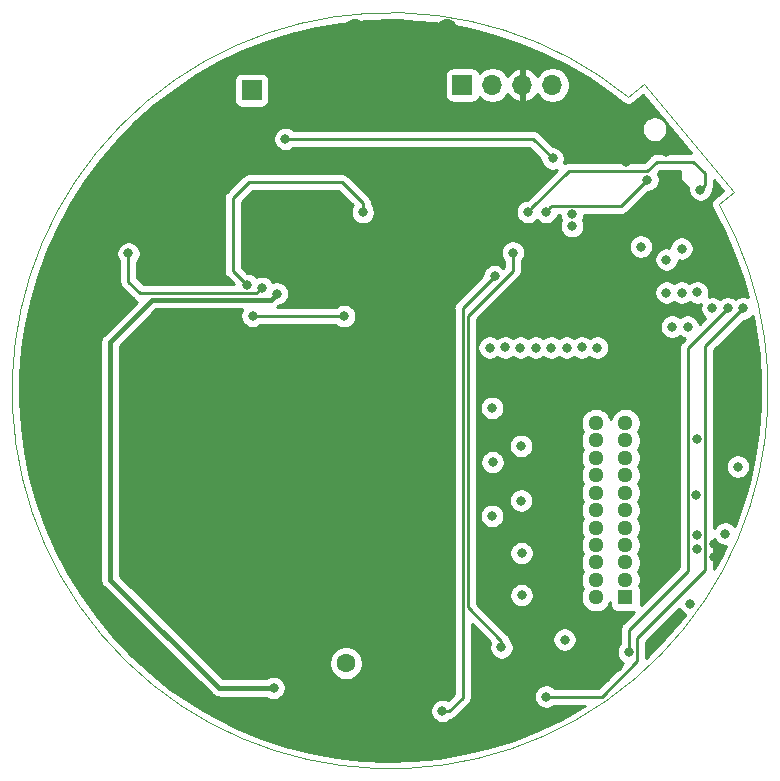
<source format=gbr>
G04 #@! TF.GenerationSoftware,KiCad,Pcbnew,(5.1.5)-3*
G04 #@! TF.CreationDate,2021-12-17T23:07:34-08:00*
G04 #@! TF.ProjectId,watch_v1,77617463-685f-4763-912e-6b696361645f,rev?*
G04 #@! TF.SameCoordinates,Original*
G04 #@! TF.FileFunction,Copper,L4,Bot*
G04 #@! TF.FilePolarity,Positive*
%FSLAX46Y46*%
G04 Gerber Fmt 4.6, Leading zero omitted, Abs format (unit mm)*
G04 Created by KiCad (PCBNEW (5.1.5)-3) date 2021-12-17 23:07:34*
%MOMM*%
%LPD*%
G04 APERTURE LIST*
%ADD10C,0.050000*%
%ADD11O,1.300000X1.300000*%
%ADD12R,1.300000X1.300000*%
%ADD13O,1.700000X1.700000*%
%ADD14R,1.700000X1.700000*%
%ADD15C,5.000000*%
%ADD16C,0.800000*%
%ADD17C,1.600200*%
%ADD18C,0.250000*%
%ADD19C,0.381000*%
%ADD20C,0.254000*%
G04 APERTURE END LIST*
D10*
X155752624Y-53294380D02*
G75*
G02X148089479Y-44241041I-27838224J-15793620D01*
G01*
X155752800Y-53294280D02*
X157038040Y-52242720D01*
X149407880Y-43159680D02*
X157038040Y-52242720D01*
X148089480Y-44241040D02*
X149407880Y-43159680D01*
D11*
X145333360Y-71823360D03*
X147833360Y-71823360D03*
X145333360Y-73298360D03*
X147833360Y-73298360D03*
X145333360Y-74773360D03*
X147833360Y-74773360D03*
X145333360Y-76248360D03*
X147833360Y-76248360D03*
X145333360Y-77723360D03*
X147833360Y-77723360D03*
X145333360Y-79198360D03*
X147833360Y-79198360D03*
X145333360Y-80673360D03*
X147833360Y-80673360D03*
X145333360Y-82148360D03*
X147833360Y-82148360D03*
X145333360Y-83623360D03*
X147833360Y-83623360D03*
X145333360Y-85098360D03*
X147833360Y-85098360D03*
X145333360Y-86573360D03*
D12*
X147833360Y-86573360D03*
D13*
X141655800Y-43205400D03*
X139115800Y-43205400D03*
X136575800Y-43205400D03*
D14*
X134035800Y-43205400D03*
D13*
X118719600Y-43637200D03*
D14*
X116179600Y-43637200D03*
D15*
X100787200Y-60568840D03*
D16*
X115786400Y-60128400D03*
X125590800Y-53981600D03*
D17*
X120617480Y-67281040D03*
X123157480Y-77451200D03*
X120617480Y-77451200D03*
X123157480Y-67281040D03*
X124857260Y-45229520D03*
X127397260Y-45229520D03*
X129937260Y-45229520D03*
X100190040Y-67628020D03*
X100190040Y-65088020D03*
X100190040Y-70168020D03*
X100134160Y-75715380D03*
X100134160Y-80795380D03*
X100134160Y-78255380D03*
X105601000Y-50705000D03*
X102425240Y-67628020D03*
X102425240Y-65088020D03*
X102425240Y-70168020D03*
X110173000Y-45701200D03*
X102369360Y-80795380D03*
X102369360Y-78255380D03*
X102369360Y-75715380D03*
X113119400Y-67281040D03*
X115659400Y-67281040D03*
X113119400Y-77451200D03*
X115659400Y-77451200D03*
X107610140Y-58713620D03*
X107610140Y-56173620D03*
X107836200Y-50705000D03*
X107836200Y-48165000D03*
D16*
X121298200Y-52991000D03*
X121298200Y-55531000D03*
X119723400Y-60560200D03*
X121272800Y-58045600D03*
X139688000Y-52496400D03*
X149533360Y-55026560D03*
X147711160Y-65923160D03*
X146771360Y-66553080D03*
X143459200Y-69946520D03*
X155366720Y-82031840D03*
X155366720Y-83185000D03*
X153857960Y-81285080D03*
X152166320Y-88463120D03*
X155635960Y-76916280D03*
X156707840Y-76880720D03*
X157784800Y-76865480D03*
D17*
X157058360Y-71104760D03*
X157104080Y-65831720D03*
X145491200Y-47081440D03*
X145491200Y-44653200D03*
D16*
X138181080Y-74777600D03*
X138165840Y-79375000D03*
X128315720Y-49443640D03*
X128325880Y-50601880D03*
X150174960Y-85542120D03*
X151480520Y-89275920D03*
X125436480Y-50295960D03*
X151246840Y-48895000D03*
X147873720Y-49687480D03*
X146161760Y-93385640D03*
X147228560Y-92471240D03*
D17*
X124907040Y-38384480D03*
X128818640Y-38384480D03*
X132730240Y-38384480D03*
D16*
X105753400Y-57461400D03*
X117056400Y-60382400D03*
X118326400Y-60865000D03*
X118047000Y-94240600D03*
X116269000Y-62744600D03*
X124021080Y-62780160D03*
X149138640Y-56896000D03*
X143316960Y-55158640D03*
X151303596Y-57987324D03*
X143322040Y-54157880D03*
X152587960Y-57058560D03*
X141086840Y-53954680D03*
X149697440Y-51226720D03*
X139562840Y-53954680D03*
X154172920Y-52054760D03*
X132339960Y-96204160D03*
X136753600Y-59395360D03*
X141674600Y-49428400D03*
X119049800Y-47777400D03*
D17*
X124170440Y-92166440D03*
D16*
X141538920Y-65435520D03*
X139009080Y-78399600D03*
X156286160Y-81193680D03*
X152608240Y-60787320D03*
X142849560Y-65445680D03*
X136580920Y-75143320D03*
X136342080Y-65435520D03*
X142680640Y-90169960D03*
X153847840Y-77922160D03*
X151292520Y-60787320D03*
X157789840Y-62113200D03*
X141123120Y-94985480D03*
X137647640Y-65430440D03*
X139034480Y-86405680D03*
X144144960Y-65425360D03*
X138998920Y-73756480D03*
X148122600Y-91227960D03*
X156499520Y-62113200D03*
X157342880Y-75524400D03*
X153096878Y-63672720D03*
X145445440Y-65445680D03*
X136555520Y-70535760D03*
X138943040Y-65440600D03*
X139034480Y-82834440D03*
X153852920Y-73197760D03*
X151775160Y-63672720D03*
X153334680Y-87116960D03*
X155204120Y-62118280D03*
X140238440Y-65440600D03*
X136545360Y-79689920D03*
X153858000Y-82484000D03*
X153908720Y-60772080D03*
X137327640Y-90830400D03*
X138292840Y-57404000D03*
D18*
X125590800Y-53981600D02*
X125590800Y-53981600D01*
X114592600Y-58934600D02*
X114592600Y-52813200D01*
X125590800Y-53194200D02*
X125590800Y-53981600D01*
X115786400Y-60128400D02*
X114592600Y-58934600D01*
X114592600Y-52813200D02*
X115964200Y-51441600D01*
X115964200Y-51441600D02*
X123838200Y-51441600D01*
X123838200Y-51441600D02*
X125590800Y-53194200D01*
X105753400Y-57461400D02*
X105753400Y-57461400D01*
X116585399Y-60853401D02*
X117056400Y-60382400D01*
X106757801Y-60853401D02*
X116585399Y-60853401D01*
X105753400Y-57461400D02*
X105753400Y-59849000D01*
X105753400Y-59849000D02*
X106757801Y-60853401D01*
D19*
X104204000Y-64954400D02*
X104204000Y-85122000D01*
X104204000Y-85122000D02*
X113435022Y-94240600D01*
X117818400Y-61373000D02*
X107785400Y-61373000D01*
X118326400Y-60865000D02*
X117818400Y-61373000D01*
X107785400Y-61373000D02*
X104204000Y-64954400D01*
X113435022Y-94240600D02*
X118047000Y-94240600D01*
D18*
X116294400Y-62770000D02*
X116269000Y-62744600D01*
X116304560Y-62780160D02*
X116269000Y-62744600D01*
X124021080Y-62780160D02*
X116304560Y-62780160D01*
D20*
X141486839Y-53554681D02*
X141086840Y-53954680D01*
X141610641Y-53430879D02*
X141486839Y-53554681D01*
X147493281Y-53430879D02*
X141610641Y-53430879D01*
X149697440Y-51226720D02*
X147493281Y-53430879D01*
X154172920Y-52054760D02*
X154572919Y-51654761D01*
X154572919Y-50693459D02*
X153582180Y-49702720D01*
X154572919Y-51654761D02*
X154572919Y-50693459D01*
X143017801Y-50499719D02*
X139962839Y-53554681D01*
X139962839Y-53554681D02*
X139562840Y-53954680D01*
X149687841Y-50499719D02*
X143017801Y-50499719D01*
X150484840Y-49702720D02*
X149687841Y-50499719D01*
X153582180Y-49702720D02*
X150484840Y-49702720D01*
X132905645Y-96204160D02*
X134040880Y-95068925D01*
X132339960Y-96204160D02*
X132905645Y-96204160D01*
X134040880Y-95068925D02*
X134040880Y-62108080D01*
X134040880Y-62108080D02*
X136753600Y-59395360D01*
X136753600Y-59395360D02*
X136753600Y-59395360D01*
X140023600Y-47777400D02*
X141674600Y-49428400D01*
X119049800Y-47777400D02*
X140023600Y-47777400D01*
X154585001Y-65318039D02*
X157789840Y-62113200D01*
X145811882Y-94985480D02*
X148849601Y-91947761D01*
X141123120Y-94985480D02*
X145811882Y-94985480D01*
X148849601Y-90022159D02*
X154585001Y-84286759D01*
X148849601Y-91947761D02*
X148849601Y-90022159D01*
X154585001Y-84286759D02*
X154585001Y-65318039D01*
X156499520Y-62113200D02*
X153120839Y-65491881D01*
X153120839Y-65491881D02*
X153120839Y-84333601D01*
X148122600Y-89331840D02*
X148122600Y-91227960D01*
X153120839Y-84333601D02*
X148122600Y-89331840D01*
X137327640Y-90264715D02*
X134494890Y-87431965D01*
X137327640Y-90830400D02*
X137327640Y-90264715D01*
X134494890Y-62730032D02*
X138292840Y-58932082D01*
X134494890Y-87431965D02*
X134494890Y-62730032D01*
X138292840Y-58932082D02*
X138292840Y-57404000D01*
X138292840Y-57404000D02*
X138292840Y-57404000D01*
G36*
X130336797Y-37835813D02*
G01*
X132510936Y-38080920D01*
X134662679Y-38477088D01*
X136781552Y-39022392D01*
X138857227Y-39714174D01*
X140879584Y-40549059D01*
X142838783Y-41522986D01*
X144725263Y-42631204D01*
X146533072Y-43870529D01*
X147652279Y-44737235D01*
X147668611Y-44753576D01*
X147722714Y-44789748D01*
X147722765Y-44789785D01*
X147722818Y-44789818D01*
X147776689Y-44825835D01*
X147896786Y-44875621D01*
X148024290Y-44901020D01*
X148154298Y-44901057D01*
X148281815Y-44875730D01*
X148401941Y-44826012D01*
X148482969Y-44771904D01*
X149322089Y-44083653D01*
X153402242Y-48940720D01*
X150522263Y-48940720D01*
X150484840Y-48937034D01*
X150447417Y-48940720D01*
X150447414Y-48940720D01*
X150335462Y-48951746D01*
X150191825Y-48995318D01*
X150152922Y-49016112D01*
X150059447Y-49066075D01*
X150010409Y-49106320D01*
X149943418Y-49161298D01*
X149919560Y-49190369D01*
X149372211Y-49737719D01*
X143055224Y-49737719D01*
X143017801Y-49734033D01*
X142980378Y-49737719D01*
X142980375Y-49737719D01*
X142868423Y-49748745D01*
X142724786Y-49792317D01*
X142663165Y-49825254D01*
X142621203Y-49847683D01*
X142669826Y-49730298D01*
X142709600Y-49530339D01*
X142709600Y-49326461D01*
X142669826Y-49126502D01*
X142591805Y-48938144D01*
X142478537Y-48768626D01*
X142334374Y-48624463D01*
X142164856Y-48511195D01*
X141976498Y-48433174D01*
X141776539Y-48393400D01*
X141717230Y-48393400D01*
X140588884Y-47265054D01*
X140565022Y-47235978D01*
X140448992Y-47140755D01*
X140316615Y-47069998D01*
X140172978Y-47026426D01*
X140061026Y-47015400D01*
X140061023Y-47015400D01*
X140023600Y-47011714D01*
X139986177Y-47015400D01*
X119751511Y-47015400D01*
X119709574Y-46973463D01*
X119540056Y-46860195D01*
X119509712Y-46847626D01*
X149215271Y-46847626D01*
X149215271Y-47061352D01*
X149256967Y-47270972D01*
X149338756Y-47468429D01*
X149457496Y-47646136D01*
X149608624Y-47797264D01*
X149786331Y-47916004D01*
X149983788Y-47997793D01*
X150193408Y-48039489D01*
X150407134Y-48039489D01*
X150616754Y-47997793D01*
X150814211Y-47916004D01*
X150991918Y-47797264D01*
X151143046Y-47646136D01*
X151261786Y-47468429D01*
X151343575Y-47270972D01*
X151385271Y-47061352D01*
X151385271Y-46847626D01*
X151343575Y-46638006D01*
X151261786Y-46440549D01*
X151143046Y-46262842D01*
X150991918Y-46111714D01*
X150814211Y-45992974D01*
X150616754Y-45911185D01*
X150407134Y-45869489D01*
X150193408Y-45869489D01*
X149983788Y-45911185D01*
X149786331Y-45992974D01*
X149608624Y-46111714D01*
X149457496Y-46262842D01*
X149338756Y-46440549D01*
X149256967Y-46638006D01*
X149215271Y-46847626D01*
X119509712Y-46847626D01*
X119351698Y-46782174D01*
X119151739Y-46742400D01*
X118947861Y-46742400D01*
X118747902Y-46782174D01*
X118559544Y-46860195D01*
X118390026Y-46973463D01*
X118245863Y-47117626D01*
X118132595Y-47287144D01*
X118054574Y-47475502D01*
X118014800Y-47675461D01*
X118014800Y-47879339D01*
X118054574Y-48079298D01*
X118132595Y-48267656D01*
X118245863Y-48437174D01*
X118390026Y-48581337D01*
X118559544Y-48694605D01*
X118747902Y-48772626D01*
X118947861Y-48812400D01*
X119151739Y-48812400D01*
X119351698Y-48772626D01*
X119540056Y-48694605D01*
X119709574Y-48581337D01*
X119751511Y-48539400D01*
X139707970Y-48539400D01*
X140639600Y-49471030D01*
X140639600Y-49530339D01*
X140679374Y-49730298D01*
X140757395Y-49918656D01*
X140870663Y-50088174D01*
X141014826Y-50232337D01*
X141184344Y-50345605D01*
X141372702Y-50423626D01*
X141572661Y-50463400D01*
X141776539Y-50463400D01*
X141976498Y-50423626D01*
X142044383Y-50395507D01*
X139520210Y-52919680D01*
X139460901Y-52919680D01*
X139260942Y-52959454D01*
X139072584Y-53037475D01*
X138903066Y-53150743D01*
X138758903Y-53294906D01*
X138645635Y-53464424D01*
X138567614Y-53652782D01*
X138527840Y-53852741D01*
X138527840Y-54056619D01*
X138567614Y-54256578D01*
X138645635Y-54444936D01*
X138758903Y-54614454D01*
X138903066Y-54758617D01*
X139072584Y-54871885D01*
X139260942Y-54949906D01*
X139460901Y-54989680D01*
X139664779Y-54989680D01*
X139864738Y-54949906D01*
X140053096Y-54871885D01*
X140222614Y-54758617D01*
X140324840Y-54656391D01*
X140427066Y-54758617D01*
X140596584Y-54871885D01*
X140784942Y-54949906D01*
X140984901Y-54989680D01*
X141188779Y-54989680D01*
X141388738Y-54949906D01*
X141577096Y-54871885D01*
X141746614Y-54758617D01*
X141890777Y-54614454D01*
X142004045Y-54444936D01*
X142082066Y-54256578D01*
X142094736Y-54192879D01*
X142287040Y-54192879D01*
X142287040Y-54259819D01*
X142326814Y-54459778D01*
X142404835Y-54648136D01*
X142409060Y-54654459D01*
X142399755Y-54668384D01*
X142321734Y-54856742D01*
X142281960Y-55056701D01*
X142281960Y-55260579D01*
X142321734Y-55460538D01*
X142399755Y-55648896D01*
X142513023Y-55818414D01*
X142657186Y-55962577D01*
X142826704Y-56075845D01*
X143015062Y-56153866D01*
X143215021Y-56193640D01*
X143418899Y-56193640D01*
X143618858Y-56153866D01*
X143807216Y-56075845D01*
X143976734Y-55962577D01*
X144120897Y-55818414D01*
X144234165Y-55648896D01*
X144312186Y-55460538D01*
X144351960Y-55260579D01*
X144351960Y-55056701D01*
X144312186Y-54856742D01*
X144234165Y-54668384D01*
X144229940Y-54662061D01*
X144239245Y-54648136D01*
X144317266Y-54459778D01*
X144357040Y-54259819D01*
X144357040Y-54192879D01*
X147455858Y-54192879D01*
X147493281Y-54196565D01*
X147530704Y-54192879D01*
X147530707Y-54192879D01*
X147642659Y-54181853D01*
X147786296Y-54138281D01*
X147918673Y-54067524D01*
X148034703Y-53972301D01*
X148058565Y-53943225D01*
X149740070Y-52261720D01*
X149799379Y-52261720D01*
X149999338Y-52221946D01*
X150187696Y-52143925D01*
X150357214Y-52030657D01*
X150501377Y-51886494D01*
X150614645Y-51716976D01*
X150692666Y-51528618D01*
X150732440Y-51328659D01*
X150732440Y-51124781D01*
X150692666Y-50924822D01*
X150614645Y-50736464D01*
X150580231Y-50684960D01*
X150800471Y-50464720D01*
X152472358Y-50464720D01*
X152470905Y-50468228D01*
X152429209Y-50677848D01*
X152429209Y-50891574D01*
X152470905Y-51101194D01*
X152552694Y-51298651D01*
X152671434Y-51476358D01*
X152822562Y-51627486D01*
X153000269Y-51746226D01*
X153165408Y-51814628D01*
X153137920Y-51952821D01*
X153137920Y-52156699D01*
X153177694Y-52356658D01*
X153255715Y-52545016D01*
X153368983Y-52714534D01*
X153513146Y-52858697D01*
X153682664Y-52971965D01*
X153871022Y-53049986D01*
X154070981Y-53089760D01*
X154274859Y-53089760D01*
X154474818Y-53049986D01*
X154663176Y-52971965D01*
X154832694Y-52858697D01*
X154976857Y-52714534D01*
X155090125Y-52545016D01*
X155168146Y-52356658D01*
X155207920Y-52156699D01*
X155207920Y-52082156D01*
X155209564Y-52080153D01*
X155280321Y-51947776D01*
X155323893Y-51804139D01*
X155334919Y-51692187D01*
X155334919Y-51692185D01*
X155338605Y-51654762D01*
X155334919Y-51617339D01*
X155334919Y-51241403D01*
X156102630Y-52155296D01*
X155309773Y-52803998D01*
X155281696Y-52831991D01*
X155281332Y-52832337D01*
X155281160Y-52832525D01*
X155240774Y-52872790D01*
X155168384Y-52980780D01*
X155118453Y-53100818D01*
X155108254Y-53151692D01*
X155108100Y-53152292D01*
X155107716Y-53154378D01*
X155092899Y-53228290D01*
X155092814Y-53285378D01*
X155092643Y-53289401D01*
X155092799Y-53295113D01*
X155092705Y-53358298D01*
X155104968Y-53420434D01*
X155106029Y-53426728D01*
X155107024Y-53430852D01*
X155117878Y-53485846D01*
X155145994Y-53554013D01*
X155147677Y-53558270D01*
X155148207Y-53559378D01*
X155167450Y-53606032D01*
X155182938Y-53629287D01*
X156190787Y-55559765D01*
X157065590Y-57565185D01*
X157798366Y-59626726D01*
X158229754Y-61175143D01*
X158091738Y-61117974D01*
X157891779Y-61078200D01*
X157687901Y-61078200D01*
X157487942Y-61117974D01*
X157299584Y-61195995D01*
X157144680Y-61299498D01*
X156989776Y-61195995D01*
X156801418Y-61117974D01*
X156601459Y-61078200D01*
X156397581Y-61078200D01*
X156197622Y-61117974D01*
X156009264Y-61195995D01*
X155848019Y-61303735D01*
X155694376Y-61201075D01*
X155506018Y-61123054D01*
X155306059Y-61083280D01*
X155102181Y-61083280D01*
X154902222Y-61123054D01*
X154879765Y-61132356D01*
X154903946Y-61073978D01*
X154943720Y-60874019D01*
X154943720Y-60670141D01*
X154903946Y-60470182D01*
X154825925Y-60281824D01*
X154712657Y-60112306D01*
X154568494Y-59968143D01*
X154398976Y-59854875D01*
X154210618Y-59776854D01*
X154010659Y-59737080D01*
X153806781Y-59737080D01*
X153606822Y-59776854D01*
X153418464Y-59854875D01*
X153248946Y-59968143D01*
X153247448Y-59969641D01*
X153098496Y-59870115D01*
X152910138Y-59792094D01*
X152710179Y-59752320D01*
X152506301Y-59752320D01*
X152306342Y-59792094D01*
X152117984Y-59870115D01*
X151950380Y-59982104D01*
X151782776Y-59870115D01*
X151594418Y-59792094D01*
X151394459Y-59752320D01*
X151190581Y-59752320D01*
X150990622Y-59792094D01*
X150802264Y-59870115D01*
X150632746Y-59983383D01*
X150488583Y-60127546D01*
X150375315Y-60297064D01*
X150297294Y-60485422D01*
X150257520Y-60685381D01*
X150257520Y-60889259D01*
X150297294Y-61089218D01*
X150375315Y-61277576D01*
X150488583Y-61447094D01*
X150632746Y-61591257D01*
X150802264Y-61704525D01*
X150990622Y-61782546D01*
X151190581Y-61822320D01*
X151394459Y-61822320D01*
X151594418Y-61782546D01*
X151782776Y-61704525D01*
X151950380Y-61592536D01*
X152117984Y-61704525D01*
X152306342Y-61782546D01*
X152506301Y-61822320D01*
X152710179Y-61822320D01*
X152910138Y-61782546D01*
X153098496Y-61704525D01*
X153268014Y-61591257D01*
X153269512Y-61589759D01*
X153418464Y-61689285D01*
X153606822Y-61767306D01*
X153806781Y-61807080D01*
X154010659Y-61807080D01*
X154210618Y-61767306D01*
X154233075Y-61758004D01*
X154208894Y-61816382D01*
X154169120Y-62016341D01*
X154169120Y-62220219D01*
X154208894Y-62420178D01*
X154286915Y-62608536D01*
X154400183Y-62778054D01*
X154544346Y-62922217D01*
X154585425Y-62949665D01*
X154104077Y-63431013D01*
X154092104Y-63370822D01*
X154014083Y-63182464D01*
X153900815Y-63012946D01*
X153756652Y-62868783D01*
X153587134Y-62755515D01*
X153398776Y-62677494D01*
X153198817Y-62637720D01*
X152994939Y-62637720D01*
X152794980Y-62677494D01*
X152606622Y-62755515D01*
X152437104Y-62868783D01*
X152436019Y-62869868D01*
X152434934Y-62868783D01*
X152265416Y-62755515D01*
X152077058Y-62677494D01*
X151877099Y-62637720D01*
X151673221Y-62637720D01*
X151473262Y-62677494D01*
X151284904Y-62755515D01*
X151115386Y-62868783D01*
X150971223Y-63012946D01*
X150857955Y-63182464D01*
X150779934Y-63370822D01*
X150740160Y-63570781D01*
X150740160Y-63774659D01*
X150779934Y-63974618D01*
X150857955Y-64162976D01*
X150971223Y-64332494D01*
X151115386Y-64476657D01*
X151284904Y-64589925D01*
X151473262Y-64667946D01*
X151673221Y-64707720D01*
X151877099Y-64707720D01*
X152077058Y-64667946D01*
X152265416Y-64589925D01*
X152434934Y-64476657D01*
X152436019Y-64475572D01*
X152437104Y-64476657D01*
X152606622Y-64589925D01*
X152794980Y-64667946D01*
X152855171Y-64679919D01*
X152608493Y-64926597D01*
X152579417Y-64950459D01*
X152531690Y-65008615D01*
X152484194Y-65066489D01*
X152448311Y-65133622D01*
X152413437Y-65198867D01*
X152369865Y-65342504D01*
X152362677Y-65415487D01*
X152355153Y-65491881D01*
X152358839Y-65529304D01*
X152358840Y-84017969D01*
X149117934Y-87258876D01*
X149121432Y-87223360D01*
X149121432Y-85923360D01*
X149109172Y-85798878D01*
X149072862Y-85679180D01*
X149022600Y-85585149D01*
X149068979Y-85473181D01*
X149118360Y-85224921D01*
X149118360Y-84971799D01*
X149068979Y-84723539D01*
X148972113Y-84489684D01*
X148886035Y-84360860D01*
X148972113Y-84232036D01*
X149068979Y-83998181D01*
X149118360Y-83749921D01*
X149118360Y-83496799D01*
X149068979Y-83248539D01*
X148972113Y-83014684D01*
X148886035Y-82885860D01*
X148972113Y-82757036D01*
X149068979Y-82523181D01*
X149118360Y-82274921D01*
X149118360Y-82021799D01*
X149068979Y-81773539D01*
X148972113Y-81539684D01*
X148886035Y-81410860D01*
X148972113Y-81282036D01*
X149068979Y-81048181D01*
X149118360Y-80799921D01*
X149118360Y-80546799D01*
X149068979Y-80298539D01*
X148972113Y-80064684D01*
X148886035Y-79935860D01*
X148972113Y-79807036D01*
X149068979Y-79573181D01*
X149118360Y-79324921D01*
X149118360Y-79071799D01*
X149068979Y-78823539D01*
X148972113Y-78589684D01*
X148886035Y-78460860D01*
X148972113Y-78332036D01*
X149068979Y-78098181D01*
X149118360Y-77849921D01*
X149118360Y-77596799D01*
X149068979Y-77348539D01*
X148972113Y-77114684D01*
X148886035Y-76985860D01*
X148972113Y-76857036D01*
X149068979Y-76623181D01*
X149118360Y-76374921D01*
X149118360Y-76121799D01*
X149068979Y-75873539D01*
X148972113Y-75639684D01*
X148886035Y-75510860D01*
X148972113Y-75382036D01*
X149068979Y-75148181D01*
X149118360Y-74899921D01*
X149118360Y-74646799D01*
X149068979Y-74398539D01*
X148972113Y-74164684D01*
X148886035Y-74035860D01*
X148972113Y-73907036D01*
X149068979Y-73673181D01*
X149118360Y-73424921D01*
X149118360Y-73171799D01*
X149068979Y-72923539D01*
X148972113Y-72689684D01*
X148886035Y-72560860D01*
X148972113Y-72432036D01*
X149068979Y-72198181D01*
X149118360Y-71949921D01*
X149118360Y-71696799D01*
X149068979Y-71448539D01*
X148972113Y-71214684D01*
X148831485Y-71004220D01*
X148652500Y-70825235D01*
X148442036Y-70684607D01*
X148208181Y-70587741D01*
X147959921Y-70538360D01*
X147706799Y-70538360D01*
X147458539Y-70587741D01*
X147224684Y-70684607D01*
X147014220Y-70825235D01*
X146835235Y-71004220D01*
X146694607Y-71214684D01*
X146597741Y-71448539D01*
X146583360Y-71520839D01*
X146568979Y-71448539D01*
X146472113Y-71214684D01*
X146331485Y-71004220D01*
X146152500Y-70825235D01*
X145942036Y-70684607D01*
X145708181Y-70587741D01*
X145459921Y-70538360D01*
X145206799Y-70538360D01*
X144958539Y-70587741D01*
X144724684Y-70684607D01*
X144514220Y-70825235D01*
X144335235Y-71004220D01*
X144194607Y-71214684D01*
X144097741Y-71448539D01*
X144048360Y-71696799D01*
X144048360Y-71949921D01*
X144097741Y-72198181D01*
X144194607Y-72432036D01*
X144280685Y-72560860D01*
X144194607Y-72689684D01*
X144097741Y-72923539D01*
X144048360Y-73171799D01*
X144048360Y-73424921D01*
X144097741Y-73673181D01*
X144194607Y-73907036D01*
X144280685Y-74035860D01*
X144194607Y-74164684D01*
X144097741Y-74398539D01*
X144048360Y-74646799D01*
X144048360Y-74899921D01*
X144097741Y-75148181D01*
X144194607Y-75382036D01*
X144280685Y-75510860D01*
X144194607Y-75639684D01*
X144097741Y-75873539D01*
X144048360Y-76121799D01*
X144048360Y-76374921D01*
X144097741Y-76623181D01*
X144194607Y-76857036D01*
X144280685Y-76985860D01*
X144194607Y-77114684D01*
X144097741Y-77348539D01*
X144048360Y-77596799D01*
X144048360Y-77849921D01*
X144097741Y-78098181D01*
X144194607Y-78332036D01*
X144280685Y-78460860D01*
X144194607Y-78589684D01*
X144097741Y-78823539D01*
X144048360Y-79071799D01*
X144048360Y-79324921D01*
X144097741Y-79573181D01*
X144194607Y-79807036D01*
X144280685Y-79935860D01*
X144194607Y-80064684D01*
X144097741Y-80298539D01*
X144048360Y-80546799D01*
X144048360Y-80799921D01*
X144097741Y-81048181D01*
X144194607Y-81282036D01*
X144280685Y-81410860D01*
X144194607Y-81539684D01*
X144097741Y-81773539D01*
X144048360Y-82021799D01*
X144048360Y-82274921D01*
X144097741Y-82523181D01*
X144194607Y-82757036D01*
X144280685Y-82885860D01*
X144194607Y-83014684D01*
X144097741Y-83248539D01*
X144048360Y-83496799D01*
X144048360Y-83749921D01*
X144097741Y-83998181D01*
X144194607Y-84232036D01*
X144280685Y-84360860D01*
X144194607Y-84489684D01*
X144097741Y-84723539D01*
X144048360Y-84971799D01*
X144048360Y-85224921D01*
X144097741Y-85473181D01*
X144194607Y-85707036D01*
X144280685Y-85835860D01*
X144194607Y-85964684D01*
X144097741Y-86198539D01*
X144048360Y-86446799D01*
X144048360Y-86699921D01*
X144097741Y-86948181D01*
X144194607Y-87182036D01*
X144335235Y-87392500D01*
X144514220Y-87571485D01*
X144724684Y-87712113D01*
X144958539Y-87808979D01*
X145206799Y-87858360D01*
X145459921Y-87858360D01*
X145708181Y-87808979D01*
X145942036Y-87712113D01*
X146152500Y-87571485D01*
X146331485Y-87392500D01*
X146472113Y-87182036D01*
X146545288Y-87005376D01*
X146545288Y-87223360D01*
X146557548Y-87347842D01*
X146593858Y-87467540D01*
X146652823Y-87577854D01*
X146732175Y-87674545D01*
X146828866Y-87753897D01*
X146939180Y-87812862D01*
X147058878Y-87849172D01*
X147183360Y-87861432D01*
X148483360Y-87861432D01*
X148518876Y-87857934D01*
X147610254Y-88766556D01*
X147581178Y-88790418D01*
X147525583Y-88858162D01*
X147485955Y-88906448D01*
X147485288Y-88907696D01*
X147415198Y-89038826D01*
X147371626Y-89182463D01*
X147362888Y-89271185D01*
X147356914Y-89331840D01*
X147360600Y-89369264D01*
X147360601Y-90526248D01*
X147318663Y-90568186D01*
X147205395Y-90737704D01*
X147127374Y-90926062D01*
X147087600Y-91126021D01*
X147087600Y-91329899D01*
X147127374Y-91529858D01*
X147205395Y-91718216D01*
X147318663Y-91887734D01*
X147462826Y-92031897D01*
X147597709Y-92122023D01*
X145496252Y-94223480D01*
X141824831Y-94223480D01*
X141782894Y-94181543D01*
X141613376Y-94068275D01*
X141425018Y-93990254D01*
X141225059Y-93950480D01*
X141021181Y-93950480D01*
X140821222Y-93990254D01*
X140632864Y-94068275D01*
X140463346Y-94181543D01*
X140319183Y-94325706D01*
X140205915Y-94495224D01*
X140127894Y-94683582D01*
X140088120Y-94883541D01*
X140088120Y-95087419D01*
X140127894Y-95287378D01*
X140205915Y-95475736D01*
X140319183Y-95645254D01*
X140463346Y-95789417D01*
X140632864Y-95902685D01*
X140821222Y-95980706D01*
X141021181Y-96020480D01*
X141225059Y-96020480D01*
X141425018Y-95980706D01*
X141613376Y-95902685D01*
X141782894Y-95789417D01*
X141824831Y-95747480D01*
X144396427Y-95747480D01*
X144324221Y-95795395D01*
X142421228Y-96875031D01*
X140447558Y-97819291D01*
X138412839Y-98623571D01*
X136326967Y-99283958D01*
X134200117Y-99797232D01*
X132042630Y-100160896D01*
X129865045Y-100373174D01*
X127677939Y-100433036D01*
X125492003Y-100340187D01*
X123317864Y-100095080D01*
X121166124Y-99698912D01*
X119047235Y-99153604D01*
X116971577Y-98461828D01*
X114949211Y-97626938D01*
X112990017Y-96653014D01*
X112052422Y-96102221D01*
X131304960Y-96102221D01*
X131304960Y-96306099D01*
X131344734Y-96506058D01*
X131422755Y-96694416D01*
X131536023Y-96863934D01*
X131680186Y-97008097D01*
X131849704Y-97121365D01*
X132038062Y-97199386D01*
X132238021Y-97239160D01*
X132441899Y-97239160D01*
X132641858Y-97199386D01*
X132830216Y-97121365D01*
X132999734Y-97008097D01*
X133052443Y-96955388D01*
X133055023Y-96955134D01*
X133198660Y-96911562D01*
X133331037Y-96840805D01*
X133447067Y-96745582D01*
X133470929Y-96716506D01*
X134553233Y-95634203D01*
X134582302Y-95610347D01*
X134629973Y-95552260D01*
X134677525Y-95494318D01*
X134735031Y-95386731D01*
X134748282Y-95361940D01*
X134791854Y-95218303D01*
X134802880Y-95106351D01*
X134802880Y-95106348D01*
X134806566Y-95068925D01*
X134802880Y-95031502D01*
X134802880Y-88817585D01*
X136385540Y-90400246D01*
X136332414Y-90528502D01*
X136292640Y-90728461D01*
X136292640Y-90932339D01*
X136332414Y-91132298D01*
X136410435Y-91320656D01*
X136523703Y-91490174D01*
X136667866Y-91634337D01*
X136837384Y-91747605D01*
X137025742Y-91825626D01*
X137225701Y-91865400D01*
X137429579Y-91865400D01*
X137629538Y-91825626D01*
X137817896Y-91747605D01*
X137987414Y-91634337D01*
X138131577Y-91490174D01*
X138244845Y-91320656D01*
X138322866Y-91132298D01*
X138362640Y-90932339D01*
X138362640Y-90728461D01*
X138322866Y-90528502D01*
X138244845Y-90340144D01*
X138131577Y-90170626D01*
X138078868Y-90117917D01*
X138078614Y-90115337D01*
X138064261Y-90068021D01*
X141645640Y-90068021D01*
X141645640Y-90271899D01*
X141685414Y-90471858D01*
X141763435Y-90660216D01*
X141876703Y-90829734D01*
X142020866Y-90973897D01*
X142190384Y-91087165D01*
X142378742Y-91165186D01*
X142578701Y-91204960D01*
X142782579Y-91204960D01*
X142982538Y-91165186D01*
X143170896Y-91087165D01*
X143340414Y-90973897D01*
X143484577Y-90829734D01*
X143597845Y-90660216D01*
X143675866Y-90471858D01*
X143715640Y-90271899D01*
X143715640Y-90068021D01*
X143675866Y-89868062D01*
X143597845Y-89679704D01*
X143484577Y-89510186D01*
X143340414Y-89366023D01*
X143170896Y-89252755D01*
X142982538Y-89174734D01*
X142782579Y-89134960D01*
X142578701Y-89134960D01*
X142378742Y-89174734D01*
X142190384Y-89252755D01*
X142020866Y-89366023D01*
X141876703Y-89510186D01*
X141763435Y-89679704D01*
X141685414Y-89868062D01*
X141645640Y-90068021D01*
X138064261Y-90068021D01*
X138035042Y-89971700D01*
X138034361Y-89970425D01*
X138003770Y-89913195D01*
X137964285Y-89839323D01*
X137869062Y-89723293D01*
X137839992Y-89699436D01*
X135256890Y-87116335D01*
X135256890Y-86303741D01*
X137999480Y-86303741D01*
X137999480Y-86507619D01*
X138039254Y-86707578D01*
X138117275Y-86895936D01*
X138230543Y-87065454D01*
X138374706Y-87209617D01*
X138544224Y-87322885D01*
X138732582Y-87400906D01*
X138932541Y-87440680D01*
X139136419Y-87440680D01*
X139336378Y-87400906D01*
X139524736Y-87322885D01*
X139694254Y-87209617D01*
X139838417Y-87065454D01*
X139951685Y-86895936D01*
X140029706Y-86707578D01*
X140069480Y-86507619D01*
X140069480Y-86303741D01*
X140029706Y-86103782D01*
X139951685Y-85915424D01*
X139838417Y-85745906D01*
X139694254Y-85601743D01*
X139524736Y-85488475D01*
X139336378Y-85410454D01*
X139136419Y-85370680D01*
X138932541Y-85370680D01*
X138732582Y-85410454D01*
X138544224Y-85488475D01*
X138374706Y-85601743D01*
X138230543Y-85745906D01*
X138117275Y-85915424D01*
X138039254Y-86103782D01*
X137999480Y-86303741D01*
X135256890Y-86303741D01*
X135256890Y-82732501D01*
X137999480Y-82732501D01*
X137999480Y-82936379D01*
X138039254Y-83136338D01*
X138117275Y-83324696D01*
X138230543Y-83494214D01*
X138374706Y-83638377D01*
X138544224Y-83751645D01*
X138732582Y-83829666D01*
X138932541Y-83869440D01*
X139136419Y-83869440D01*
X139336378Y-83829666D01*
X139524736Y-83751645D01*
X139694254Y-83638377D01*
X139838417Y-83494214D01*
X139951685Y-83324696D01*
X140029706Y-83136338D01*
X140069480Y-82936379D01*
X140069480Y-82732501D01*
X140029706Y-82532542D01*
X139951685Y-82344184D01*
X139838417Y-82174666D01*
X139694254Y-82030503D01*
X139524736Y-81917235D01*
X139336378Y-81839214D01*
X139136419Y-81799440D01*
X138932541Y-81799440D01*
X138732582Y-81839214D01*
X138544224Y-81917235D01*
X138374706Y-82030503D01*
X138230543Y-82174666D01*
X138117275Y-82344184D01*
X138039254Y-82532542D01*
X137999480Y-82732501D01*
X135256890Y-82732501D01*
X135256890Y-79587981D01*
X135510360Y-79587981D01*
X135510360Y-79791859D01*
X135550134Y-79991818D01*
X135628155Y-80180176D01*
X135741423Y-80349694D01*
X135885586Y-80493857D01*
X136055104Y-80607125D01*
X136243462Y-80685146D01*
X136443421Y-80724920D01*
X136647299Y-80724920D01*
X136847258Y-80685146D01*
X137035616Y-80607125D01*
X137205134Y-80493857D01*
X137349297Y-80349694D01*
X137462565Y-80180176D01*
X137540586Y-79991818D01*
X137580360Y-79791859D01*
X137580360Y-79587981D01*
X137540586Y-79388022D01*
X137462565Y-79199664D01*
X137349297Y-79030146D01*
X137205134Y-78885983D01*
X137035616Y-78772715D01*
X136847258Y-78694694D01*
X136647299Y-78654920D01*
X136443421Y-78654920D01*
X136243462Y-78694694D01*
X136055104Y-78772715D01*
X135885586Y-78885983D01*
X135741423Y-79030146D01*
X135628155Y-79199664D01*
X135550134Y-79388022D01*
X135510360Y-79587981D01*
X135256890Y-79587981D01*
X135256890Y-78297661D01*
X137974080Y-78297661D01*
X137974080Y-78501539D01*
X138013854Y-78701498D01*
X138091875Y-78889856D01*
X138205143Y-79059374D01*
X138349306Y-79203537D01*
X138518824Y-79316805D01*
X138707182Y-79394826D01*
X138907141Y-79434600D01*
X139111019Y-79434600D01*
X139310978Y-79394826D01*
X139499336Y-79316805D01*
X139668854Y-79203537D01*
X139813017Y-79059374D01*
X139926285Y-78889856D01*
X140004306Y-78701498D01*
X140044080Y-78501539D01*
X140044080Y-78297661D01*
X140004306Y-78097702D01*
X139926285Y-77909344D01*
X139813017Y-77739826D01*
X139668854Y-77595663D01*
X139499336Y-77482395D01*
X139310978Y-77404374D01*
X139111019Y-77364600D01*
X138907141Y-77364600D01*
X138707182Y-77404374D01*
X138518824Y-77482395D01*
X138349306Y-77595663D01*
X138205143Y-77739826D01*
X138091875Y-77909344D01*
X138013854Y-78097702D01*
X137974080Y-78297661D01*
X135256890Y-78297661D01*
X135256890Y-75041381D01*
X135545920Y-75041381D01*
X135545920Y-75245259D01*
X135585694Y-75445218D01*
X135663715Y-75633576D01*
X135776983Y-75803094D01*
X135921146Y-75947257D01*
X136090664Y-76060525D01*
X136279022Y-76138546D01*
X136478981Y-76178320D01*
X136682859Y-76178320D01*
X136882818Y-76138546D01*
X137071176Y-76060525D01*
X137240694Y-75947257D01*
X137384857Y-75803094D01*
X137498125Y-75633576D01*
X137576146Y-75445218D01*
X137615920Y-75245259D01*
X137615920Y-75041381D01*
X137576146Y-74841422D01*
X137498125Y-74653064D01*
X137384857Y-74483546D01*
X137240694Y-74339383D01*
X137071176Y-74226115D01*
X136882818Y-74148094D01*
X136682859Y-74108320D01*
X136478981Y-74108320D01*
X136279022Y-74148094D01*
X136090664Y-74226115D01*
X135921146Y-74339383D01*
X135776983Y-74483546D01*
X135663715Y-74653064D01*
X135585694Y-74841422D01*
X135545920Y-75041381D01*
X135256890Y-75041381D01*
X135256890Y-73654541D01*
X137963920Y-73654541D01*
X137963920Y-73858419D01*
X138003694Y-74058378D01*
X138081715Y-74246736D01*
X138194983Y-74416254D01*
X138339146Y-74560417D01*
X138508664Y-74673685D01*
X138697022Y-74751706D01*
X138896981Y-74791480D01*
X139100859Y-74791480D01*
X139300818Y-74751706D01*
X139489176Y-74673685D01*
X139658694Y-74560417D01*
X139802857Y-74416254D01*
X139916125Y-74246736D01*
X139994146Y-74058378D01*
X140033920Y-73858419D01*
X140033920Y-73654541D01*
X139994146Y-73454582D01*
X139916125Y-73266224D01*
X139802857Y-73096706D01*
X139658694Y-72952543D01*
X139489176Y-72839275D01*
X139300818Y-72761254D01*
X139100859Y-72721480D01*
X138896981Y-72721480D01*
X138697022Y-72761254D01*
X138508664Y-72839275D01*
X138339146Y-72952543D01*
X138194983Y-73096706D01*
X138081715Y-73266224D01*
X138003694Y-73454582D01*
X137963920Y-73654541D01*
X135256890Y-73654541D01*
X135256890Y-70433821D01*
X135520520Y-70433821D01*
X135520520Y-70637699D01*
X135560294Y-70837658D01*
X135638315Y-71026016D01*
X135751583Y-71195534D01*
X135895746Y-71339697D01*
X136065264Y-71452965D01*
X136253622Y-71530986D01*
X136453581Y-71570760D01*
X136657459Y-71570760D01*
X136857418Y-71530986D01*
X137045776Y-71452965D01*
X137215294Y-71339697D01*
X137359457Y-71195534D01*
X137472725Y-71026016D01*
X137550746Y-70837658D01*
X137590520Y-70637699D01*
X137590520Y-70433821D01*
X137550746Y-70233862D01*
X137472725Y-70045504D01*
X137359457Y-69875986D01*
X137215294Y-69731823D01*
X137045776Y-69618555D01*
X136857418Y-69540534D01*
X136657459Y-69500760D01*
X136453581Y-69500760D01*
X136253622Y-69540534D01*
X136065264Y-69618555D01*
X135895746Y-69731823D01*
X135751583Y-69875986D01*
X135638315Y-70045504D01*
X135560294Y-70233862D01*
X135520520Y-70433821D01*
X135256890Y-70433821D01*
X135256890Y-65333581D01*
X135307080Y-65333581D01*
X135307080Y-65537459D01*
X135346854Y-65737418D01*
X135424875Y-65925776D01*
X135538143Y-66095294D01*
X135682306Y-66239457D01*
X135851824Y-66352725D01*
X136040182Y-66430746D01*
X136240141Y-66470520D01*
X136444019Y-66470520D01*
X136643978Y-66430746D01*
X136832336Y-66352725D01*
X136998661Y-66241590D01*
X137157384Y-66347645D01*
X137345742Y-66425666D01*
X137545701Y-66465440D01*
X137749579Y-66465440D01*
X137949538Y-66425666D01*
X138137896Y-66347645D01*
X138287737Y-66247525D01*
X138452784Y-66357805D01*
X138641142Y-66435826D01*
X138841101Y-66475600D01*
X139044979Y-66475600D01*
X139244938Y-66435826D01*
X139433296Y-66357805D01*
X139590740Y-66252605D01*
X139748184Y-66357805D01*
X139936542Y-66435826D01*
X140136501Y-66475600D01*
X140340379Y-66475600D01*
X140540338Y-66435826D01*
X140728696Y-66357805D01*
X140892481Y-66248367D01*
X141048664Y-66352725D01*
X141237022Y-66430746D01*
X141436981Y-66470520D01*
X141640859Y-66470520D01*
X141840818Y-66430746D01*
X142029176Y-66352725D01*
X142187264Y-66247095D01*
X142189786Y-66249617D01*
X142359304Y-66362885D01*
X142547662Y-66440906D01*
X142747621Y-66480680D01*
X142951499Y-66480680D01*
X143151458Y-66440906D01*
X143339816Y-66362885D01*
X143509334Y-66249617D01*
X143511843Y-66247108D01*
X143654704Y-66342565D01*
X143843062Y-66420586D01*
X144043021Y-66460360D01*
X144246899Y-66460360D01*
X144446858Y-66420586D01*
X144635216Y-66342565D01*
X144781123Y-66245074D01*
X144785666Y-66249617D01*
X144955184Y-66362885D01*
X145143542Y-66440906D01*
X145343501Y-66480680D01*
X145547379Y-66480680D01*
X145747338Y-66440906D01*
X145935696Y-66362885D01*
X146105214Y-66249617D01*
X146249377Y-66105454D01*
X146362645Y-65935936D01*
X146440666Y-65747578D01*
X146480440Y-65547619D01*
X146480440Y-65343741D01*
X146440666Y-65143782D01*
X146362645Y-64955424D01*
X146249377Y-64785906D01*
X146105214Y-64641743D01*
X145935696Y-64528475D01*
X145747338Y-64450454D01*
X145547379Y-64410680D01*
X145343501Y-64410680D01*
X145143542Y-64450454D01*
X144955184Y-64528475D01*
X144809277Y-64625966D01*
X144804734Y-64621423D01*
X144635216Y-64508155D01*
X144446858Y-64430134D01*
X144246899Y-64390360D01*
X144043021Y-64390360D01*
X143843062Y-64430134D01*
X143654704Y-64508155D01*
X143485186Y-64621423D01*
X143482677Y-64623932D01*
X143339816Y-64528475D01*
X143151458Y-64450454D01*
X142951499Y-64410680D01*
X142747621Y-64410680D01*
X142547662Y-64450454D01*
X142359304Y-64528475D01*
X142201216Y-64634105D01*
X142198694Y-64631583D01*
X142029176Y-64518315D01*
X141840818Y-64440294D01*
X141640859Y-64400520D01*
X141436981Y-64400520D01*
X141237022Y-64440294D01*
X141048664Y-64518315D01*
X140884879Y-64627753D01*
X140728696Y-64523395D01*
X140540338Y-64445374D01*
X140340379Y-64405600D01*
X140136501Y-64405600D01*
X139936542Y-64445374D01*
X139748184Y-64523395D01*
X139590740Y-64628595D01*
X139433296Y-64523395D01*
X139244938Y-64445374D01*
X139044979Y-64405600D01*
X138841101Y-64405600D01*
X138641142Y-64445374D01*
X138452784Y-64523395D01*
X138302943Y-64623515D01*
X138137896Y-64513235D01*
X137949538Y-64435214D01*
X137749579Y-64395440D01*
X137545701Y-64395440D01*
X137345742Y-64435214D01*
X137157384Y-64513235D01*
X136991059Y-64624370D01*
X136832336Y-64518315D01*
X136643978Y-64440294D01*
X136444019Y-64400520D01*
X136240141Y-64400520D01*
X136040182Y-64440294D01*
X135851824Y-64518315D01*
X135682306Y-64631583D01*
X135538143Y-64775746D01*
X135424875Y-64945264D01*
X135346854Y-65133622D01*
X135307080Y-65333581D01*
X135256890Y-65333581D01*
X135256890Y-63045662D01*
X138805193Y-59497360D01*
X138834262Y-59473504D01*
X138929485Y-59357474D01*
X139000242Y-59225097D01*
X139043814Y-59081460D01*
X139054840Y-58969508D01*
X139054840Y-58969506D01*
X139058526Y-58932083D01*
X139054840Y-58894660D01*
X139054840Y-58105711D01*
X139096777Y-58063774D01*
X139210045Y-57894256D01*
X139288066Y-57705898D01*
X139327840Y-57505939D01*
X139327840Y-57302061D01*
X139288066Y-57102102D01*
X139210045Y-56913744D01*
X139130076Y-56794061D01*
X148103640Y-56794061D01*
X148103640Y-56997939D01*
X148143414Y-57197898D01*
X148221435Y-57386256D01*
X148334703Y-57555774D01*
X148478866Y-57699937D01*
X148648384Y-57813205D01*
X148836742Y-57891226D01*
X149036701Y-57931000D01*
X149240579Y-57931000D01*
X149440538Y-57891226D01*
X149454639Y-57885385D01*
X150268596Y-57885385D01*
X150268596Y-58089263D01*
X150308370Y-58289222D01*
X150386391Y-58477580D01*
X150499659Y-58647098D01*
X150643822Y-58791261D01*
X150813340Y-58904529D01*
X151001698Y-58982550D01*
X151201657Y-59022324D01*
X151405535Y-59022324D01*
X151605494Y-58982550D01*
X151793852Y-58904529D01*
X151963370Y-58791261D01*
X152107533Y-58647098D01*
X152220801Y-58477580D01*
X152298822Y-58289222D01*
X152338596Y-58089263D01*
X152338596Y-58064236D01*
X152486021Y-58093560D01*
X152689899Y-58093560D01*
X152889858Y-58053786D01*
X153078216Y-57975765D01*
X153247734Y-57862497D01*
X153391897Y-57718334D01*
X153505165Y-57548816D01*
X153583186Y-57360458D01*
X153622960Y-57160499D01*
X153622960Y-56956621D01*
X153583186Y-56756662D01*
X153505165Y-56568304D01*
X153391897Y-56398786D01*
X153247734Y-56254623D01*
X153078216Y-56141355D01*
X152889858Y-56063334D01*
X152689899Y-56023560D01*
X152486021Y-56023560D01*
X152286062Y-56063334D01*
X152097704Y-56141355D01*
X151928186Y-56254623D01*
X151784023Y-56398786D01*
X151670755Y-56568304D01*
X151592734Y-56756662D01*
X151552960Y-56956621D01*
X151552960Y-56981648D01*
X151405535Y-56952324D01*
X151201657Y-56952324D01*
X151001698Y-56992098D01*
X150813340Y-57070119D01*
X150643822Y-57183387D01*
X150499659Y-57327550D01*
X150386391Y-57497068D01*
X150308370Y-57685426D01*
X150268596Y-57885385D01*
X149454639Y-57885385D01*
X149628896Y-57813205D01*
X149798414Y-57699937D01*
X149942577Y-57555774D01*
X150055845Y-57386256D01*
X150133866Y-57197898D01*
X150173640Y-56997939D01*
X150173640Y-56794061D01*
X150133866Y-56594102D01*
X150055845Y-56405744D01*
X149942577Y-56236226D01*
X149798414Y-56092063D01*
X149628896Y-55978795D01*
X149440538Y-55900774D01*
X149240579Y-55861000D01*
X149036701Y-55861000D01*
X148836742Y-55900774D01*
X148648384Y-55978795D01*
X148478866Y-56092063D01*
X148334703Y-56236226D01*
X148221435Y-56405744D01*
X148143414Y-56594102D01*
X148103640Y-56794061D01*
X139130076Y-56794061D01*
X139096777Y-56744226D01*
X138952614Y-56600063D01*
X138783096Y-56486795D01*
X138594738Y-56408774D01*
X138394779Y-56369000D01*
X138190901Y-56369000D01*
X137990942Y-56408774D01*
X137802584Y-56486795D01*
X137633066Y-56600063D01*
X137488903Y-56744226D01*
X137375635Y-56913744D01*
X137297614Y-57102102D01*
X137257840Y-57302061D01*
X137257840Y-57505939D01*
X137297614Y-57705898D01*
X137375635Y-57894256D01*
X137488903Y-58063774D01*
X137530841Y-58105712D01*
X137530840Y-58616451D01*
X137484621Y-58662670D01*
X137413374Y-58591423D01*
X137243856Y-58478155D01*
X137055498Y-58400134D01*
X136855539Y-58360360D01*
X136651661Y-58360360D01*
X136451702Y-58400134D01*
X136263344Y-58478155D01*
X136093826Y-58591423D01*
X135949663Y-58735586D01*
X135836395Y-58905104D01*
X135758374Y-59093462D01*
X135718600Y-59293421D01*
X135718600Y-59352729D01*
X133528529Y-61542801D01*
X133499459Y-61566658D01*
X133475602Y-61595728D01*
X133475601Y-61595729D01*
X133404235Y-61682688D01*
X133333479Y-61815065D01*
X133289907Y-61958702D01*
X133275194Y-62108080D01*
X133278881Y-62145513D01*
X133278880Y-94753294D01*
X132770115Y-95262060D01*
X132641858Y-95208934D01*
X132441899Y-95169160D01*
X132238021Y-95169160D01*
X132038062Y-95208934D01*
X131849704Y-95286955D01*
X131680186Y-95400223D01*
X131536023Y-95544386D01*
X131422755Y-95713904D01*
X131344734Y-95902262D01*
X131304960Y-96102221D01*
X112052422Y-96102221D01*
X111103547Y-95544802D01*
X109298956Y-94307683D01*
X107585070Y-92947705D01*
X105970213Y-91471472D01*
X104462282Y-89886206D01*
X103068595Y-88199597D01*
X101795970Y-86419900D01*
X100650576Y-84555742D01*
X99638013Y-82616235D01*
X98763212Y-80610820D01*
X98030434Y-78549274D01*
X97443239Y-76441605D01*
X97004505Y-74298145D01*
X96716360Y-72129296D01*
X96580207Y-69945611D01*
X96596711Y-67757763D01*
X96765792Y-65576390D01*
X96857996Y-64954400D01*
X103374506Y-64954400D01*
X103378500Y-64994950D01*
X103378501Y-85083977D01*
X103374522Y-85127081D01*
X103382725Y-85205441D01*
X103390445Y-85283826D01*
X103391186Y-85286270D01*
X103391452Y-85288807D01*
X103414767Y-85364006D01*
X103437648Y-85439434D01*
X103438852Y-85441686D01*
X103439607Y-85444122D01*
X103477166Y-85513366D01*
X103514302Y-85582842D01*
X103515920Y-85584814D01*
X103517138Y-85587059D01*
X103567464Y-85647621D01*
X103617460Y-85708541D01*
X103650923Y-85736003D01*
X112824238Y-94797601D01*
X112848481Y-94827141D01*
X112881940Y-94854600D01*
X112883743Y-94856381D01*
X112913299Y-94880336D01*
X112974180Y-94930299D01*
X112976429Y-94931501D01*
X112978413Y-94933109D01*
X113048099Y-94969810D01*
X113117588Y-95006953D01*
X113120032Y-95007694D01*
X113122289Y-95008883D01*
X113197706Y-95031256D01*
X113273196Y-95054156D01*
X113275742Y-95054407D01*
X113278183Y-95055131D01*
X113356498Y-95062360D01*
X113394469Y-95066100D01*
X113397010Y-95066100D01*
X113440104Y-95070078D01*
X113478104Y-95066100D01*
X117419497Y-95066100D01*
X117556744Y-95157805D01*
X117745102Y-95235826D01*
X117945061Y-95275600D01*
X118148939Y-95275600D01*
X118348898Y-95235826D01*
X118537256Y-95157805D01*
X118706774Y-95044537D01*
X118850937Y-94900374D01*
X118964205Y-94730856D01*
X119042226Y-94542498D01*
X119082000Y-94342539D01*
X119082000Y-94138661D01*
X119042226Y-93938702D01*
X118964205Y-93750344D01*
X118850937Y-93580826D01*
X118706774Y-93436663D01*
X118537256Y-93323395D01*
X118348898Y-93245374D01*
X118148939Y-93205600D01*
X117945061Y-93205600D01*
X117745102Y-93245374D01*
X117556744Y-93323395D01*
X117419497Y-93415100D01*
X113773997Y-93415100D01*
X112366855Y-92025095D01*
X122735340Y-92025095D01*
X122735340Y-92307785D01*
X122790490Y-92585043D01*
X122898671Y-92846215D01*
X123055725Y-93081263D01*
X123255617Y-93281155D01*
X123490665Y-93438209D01*
X123751837Y-93546390D01*
X124029095Y-93601540D01*
X124311785Y-93601540D01*
X124589043Y-93546390D01*
X124850215Y-93438209D01*
X125085263Y-93281155D01*
X125285155Y-93081263D01*
X125442209Y-92846215D01*
X125550390Y-92585043D01*
X125605540Y-92307785D01*
X125605540Y-92025095D01*
X125550390Y-91747837D01*
X125442209Y-91486665D01*
X125285155Y-91251617D01*
X125085263Y-91051725D01*
X124850215Y-90894671D01*
X124589043Y-90786490D01*
X124311785Y-90731340D01*
X124029095Y-90731340D01*
X123751837Y-90786490D01*
X123490665Y-90894671D01*
X123255617Y-91051725D01*
X123055725Y-91251617D01*
X122898671Y-91486665D01*
X122790490Y-91747837D01*
X122735340Y-92025095D01*
X112366855Y-92025095D01*
X105029500Y-84777101D01*
X105029500Y-65296332D01*
X108127333Y-62198500D01*
X115389109Y-62198500D01*
X115351795Y-62254344D01*
X115273774Y-62442702D01*
X115234000Y-62642661D01*
X115234000Y-62846539D01*
X115273774Y-63046498D01*
X115351795Y-63234856D01*
X115465063Y-63404374D01*
X115609226Y-63548537D01*
X115778744Y-63661805D01*
X115967102Y-63739826D01*
X116167061Y-63779600D01*
X116370939Y-63779600D01*
X116570898Y-63739826D01*
X116759256Y-63661805D01*
X116928774Y-63548537D01*
X116937151Y-63540160D01*
X123317369Y-63540160D01*
X123361306Y-63584097D01*
X123530824Y-63697365D01*
X123719182Y-63775386D01*
X123919141Y-63815160D01*
X124123019Y-63815160D01*
X124322978Y-63775386D01*
X124511336Y-63697365D01*
X124680854Y-63584097D01*
X124825017Y-63439934D01*
X124938285Y-63270416D01*
X125016306Y-63082058D01*
X125056080Y-62882099D01*
X125056080Y-62678221D01*
X125016306Y-62478262D01*
X124938285Y-62289904D01*
X124825017Y-62120386D01*
X124680854Y-61976223D01*
X124511336Y-61862955D01*
X124322978Y-61784934D01*
X124123019Y-61745160D01*
X123919141Y-61745160D01*
X123719182Y-61784934D01*
X123530824Y-61862955D01*
X123361306Y-61976223D01*
X123317369Y-62020160D01*
X118331076Y-62020160D01*
X118404941Y-61959541D01*
X118430798Y-61928034D01*
X118466403Y-61892429D01*
X118628298Y-61860226D01*
X118816656Y-61782205D01*
X118986174Y-61668937D01*
X119130337Y-61524774D01*
X119243605Y-61355256D01*
X119321626Y-61166898D01*
X119361400Y-60966939D01*
X119361400Y-60763061D01*
X119321626Y-60563102D01*
X119243605Y-60374744D01*
X119130337Y-60205226D01*
X118986174Y-60061063D01*
X118816656Y-59947795D01*
X118628298Y-59869774D01*
X118428339Y-59830000D01*
X118224461Y-59830000D01*
X118024502Y-59869774D01*
X117972931Y-59891136D01*
X117860337Y-59722626D01*
X117716174Y-59578463D01*
X117546656Y-59465195D01*
X117358298Y-59387174D01*
X117158339Y-59347400D01*
X116954461Y-59347400D01*
X116754502Y-59387174D01*
X116580825Y-59459114D01*
X116446174Y-59324463D01*
X116276656Y-59211195D01*
X116088298Y-59133174D01*
X115888339Y-59093400D01*
X115826202Y-59093400D01*
X115352600Y-58619799D01*
X115352600Y-53128001D01*
X116279002Y-52201600D01*
X123523399Y-52201600D01*
X124729490Y-53407691D01*
X124673595Y-53491344D01*
X124595574Y-53679702D01*
X124555800Y-53879661D01*
X124555800Y-54083539D01*
X124595574Y-54283498D01*
X124673595Y-54471856D01*
X124786863Y-54641374D01*
X124931026Y-54785537D01*
X125100544Y-54898805D01*
X125288902Y-54976826D01*
X125488861Y-55016600D01*
X125692739Y-55016600D01*
X125892698Y-54976826D01*
X126081056Y-54898805D01*
X126250574Y-54785537D01*
X126394737Y-54641374D01*
X126508005Y-54471856D01*
X126586026Y-54283498D01*
X126625800Y-54083539D01*
X126625800Y-53879661D01*
X126586026Y-53679702D01*
X126508005Y-53491344D01*
X126394737Y-53321826D01*
X126350800Y-53277889D01*
X126350800Y-53231525D01*
X126354476Y-53194200D01*
X126350800Y-53156875D01*
X126350800Y-53156867D01*
X126339803Y-53045214D01*
X126296346Y-52901953D01*
X126225774Y-52769924D01*
X126130801Y-52654199D01*
X126101804Y-52630402D01*
X124402004Y-50930603D01*
X124378201Y-50901599D01*
X124262476Y-50806626D01*
X124130447Y-50736054D01*
X123987186Y-50692597D01*
X123875533Y-50681600D01*
X123875522Y-50681600D01*
X123838200Y-50677924D01*
X123800878Y-50681600D01*
X116001522Y-50681600D01*
X115964199Y-50677924D01*
X115926876Y-50681600D01*
X115926867Y-50681600D01*
X115815214Y-50692597D01*
X115671953Y-50736054D01*
X115539924Y-50806626D01*
X115424199Y-50901599D01*
X115400401Y-50930597D01*
X114081598Y-52249401D01*
X114052600Y-52273199D01*
X114028802Y-52302197D01*
X114028801Y-52302198D01*
X113957626Y-52388924D01*
X113887054Y-52520954D01*
X113875445Y-52559226D01*
X113843598Y-52664214D01*
X113835754Y-52743853D01*
X113828924Y-52813200D01*
X113832601Y-52850532D01*
X113832600Y-58897277D01*
X113828924Y-58934600D01*
X113832600Y-58971922D01*
X113832600Y-58971932D01*
X113843597Y-59083585D01*
X113883165Y-59214026D01*
X113887054Y-59226846D01*
X113957626Y-59358876D01*
X113987568Y-59395360D01*
X114052599Y-59474601D01*
X114081603Y-59498404D01*
X114676599Y-60093401D01*
X107072603Y-60093401D01*
X106513400Y-59534199D01*
X106513400Y-58165111D01*
X106557337Y-58121174D01*
X106670605Y-57951656D01*
X106748626Y-57763298D01*
X106788400Y-57563339D01*
X106788400Y-57359461D01*
X106748626Y-57159502D01*
X106670605Y-56971144D01*
X106557337Y-56801626D01*
X106413174Y-56657463D01*
X106243656Y-56544195D01*
X106055298Y-56466174D01*
X105855339Y-56426400D01*
X105651461Y-56426400D01*
X105451502Y-56466174D01*
X105263144Y-56544195D01*
X105093626Y-56657463D01*
X104949463Y-56801626D01*
X104836195Y-56971144D01*
X104758174Y-57159502D01*
X104718400Y-57359461D01*
X104718400Y-57563339D01*
X104758174Y-57763298D01*
X104836195Y-57951656D01*
X104949463Y-58121174D01*
X104993400Y-58165111D01*
X104993401Y-59811668D01*
X104989724Y-59849000D01*
X105004398Y-59997985D01*
X105047854Y-60141246D01*
X105118426Y-60273276D01*
X105189601Y-60360002D01*
X105213400Y-60389001D01*
X105242398Y-60412799D01*
X106194002Y-61364404D01*
X106217800Y-61393402D01*
X106326576Y-61482672D01*
X106333525Y-61488375D01*
X106443701Y-61547266D01*
X103648966Y-64342002D01*
X103617459Y-64367859D01*
X103566352Y-64430134D01*
X103514301Y-64493558D01*
X103443240Y-64626503D01*
X103437647Y-64636967D01*
X103390444Y-64792575D01*
X103380588Y-64892647D01*
X103374506Y-64954400D01*
X96857996Y-64954400D01*
X97086624Y-63412137D01*
X97557651Y-61275511D01*
X98176563Y-59176983D01*
X98940369Y-57126703D01*
X99845328Y-55134707D01*
X100887023Y-53210720D01*
X102060413Y-51364047D01*
X103359749Y-49603743D01*
X104778722Y-47938352D01*
X106310397Y-46376016D01*
X107947338Y-44924317D01*
X109681547Y-43590348D01*
X110891857Y-42787200D01*
X114691528Y-42787200D01*
X114691528Y-44487200D01*
X114703788Y-44611682D01*
X114740098Y-44731380D01*
X114799063Y-44841694D01*
X114878415Y-44938385D01*
X114975106Y-45017737D01*
X115085420Y-45076702D01*
X115205118Y-45113012D01*
X115329600Y-45125272D01*
X117029600Y-45125272D01*
X117154082Y-45113012D01*
X117273780Y-45076702D01*
X117384094Y-45017737D01*
X117480785Y-44938385D01*
X117560137Y-44841694D01*
X117619102Y-44731380D01*
X117655412Y-44611682D01*
X117667672Y-44487200D01*
X117667672Y-42787200D01*
X117655412Y-42662718D01*
X117619102Y-42543020D01*
X117560137Y-42432706D01*
X117496694Y-42355400D01*
X132547728Y-42355400D01*
X132547728Y-44055400D01*
X132559988Y-44179882D01*
X132596298Y-44299580D01*
X132655263Y-44409894D01*
X132734615Y-44506585D01*
X132831306Y-44585937D01*
X132941620Y-44644902D01*
X133061318Y-44681212D01*
X133185800Y-44693472D01*
X134885800Y-44693472D01*
X135010282Y-44681212D01*
X135129980Y-44644902D01*
X135240294Y-44585937D01*
X135336985Y-44506585D01*
X135416337Y-44409894D01*
X135475302Y-44299580D01*
X135497313Y-44227020D01*
X135629168Y-44358875D01*
X135872389Y-44521390D01*
X136142642Y-44633332D01*
X136429540Y-44690400D01*
X136722060Y-44690400D01*
X137008958Y-44633332D01*
X137279211Y-44521390D01*
X137522432Y-44358875D01*
X137729275Y-44152032D01*
X137850995Y-43969866D01*
X137920622Y-44086755D01*
X138115531Y-44302988D01*
X138348880Y-44477041D01*
X138611701Y-44602225D01*
X138758910Y-44646876D01*
X138988800Y-44525555D01*
X138988800Y-43332400D01*
X138968800Y-43332400D01*
X138968800Y-43078400D01*
X138988800Y-43078400D01*
X138988800Y-41885245D01*
X139242800Y-41885245D01*
X139242800Y-43078400D01*
X139262800Y-43078400D01*
X139262800Y-43332400D01*
X139242800Y-43332400D01*
X139242800Y-44525555D01*
X139472690Y-44646876D01*
X139619899Y-44602225D01*
X139882720Y-44477041D01*
X140116069Y-44302988D01*
X140310978Y-44086755D01*
X140380605Y-43969866D01*
X140502325Y-44152032D01*
X140709168Y-44358875D01*
X140952389Y-44521390D01*
X141222642Y-44633332D01*
X141509540Y-44690400D01*
X141802060Y-44690400D01*
X142088958Y-44633332D01*
X142359211Y-44521390D01*
X142602432Y-44358875D01*
X142809275Y-44152032D01*
X142971790Y-43908811D01*
X143083732Y-43638558D01*
X143140800Y-43351660D01*
X143140800Y-43059140D01*
X143083732Y-42772242D01*
X142971790Y-42501989D01*
X142809275Y-42258768D01*
X142602432Y-42051925D01*
X142359211Y-41889410D01*
X142088958Y-41777468D01*
X141802060Y-41720400D01*
X141509540Y-41720400D01*
X141222642Y-41777468D01*
X140952389Y-41889410D01*
X140709168Y-42051925D01*
X140502325Y-42258768D01*
X140380605Y-42440934D01*
X140310978Y-42324045D01*
X140116069Y-42107812D01*
X139882720Y-41933759D01*
X139619899Y-41808575D01*
X139472690Y-41763924D01*
X139242800Y-41885245D01*
X138988800Y-41885245D01*
X138758910Y-41763924D01*
X138611701Y-41808575D01*
X138348880Y-41933759D01*
X138115531Y-42107812D01*
X137920622Y-42324045D01*
X137850995Y-42440934D01*
X137729275Y-42258768D01*
X137522432Y-42051925D01*
X137279211Y-41889410D01*
X137008958Y-41777468D01*
X136722060Y-41720400D01*
X136429540Y-41720400D01*
X136142642Y-41777468D01*
X135872389Y-41889410D01*
X135629168Y-42051925D01*
X135497313Y-42183780D01*
X135475302Y-42111220D01*
X135416337Y-42000906D01*
X135336985Y-41904215D01*
X135240294Y-41824863D01*
X135129980Y-41765898D01*
X135010282Y-41729588D01*
X134885800Y-41717328D01*
X133185800Y-41717328D01*
X133061318Y-41729588D01*
X132941620Y-41765898D01*
X132831306Y-41824863D01*
X132734615Y-41904215D01*
X132655263Y-42000906D01*
X132596298Y-42111220D01*
X132559988Y-42230918D01*
X132547728Y-42355400D01*
X117496694Y-42355400D01*
X117480785Y-42336015D01*
X117384094Y-42256663D01*
X117273780Y-42197698D01*
X117154082Y-42161388D01*
X117029600Y-42149128D01*
X115329600Y-42149128D01*
X115205118Y-42161388D01*
X115085420Y-42197698D01*
X114975106Y-42256663D01*
X114878415Y-42336015D01*
X114799063Y-42432706D01*
X114740098Y-42543020D01*
X114703788Y-42662718D01*
X114691528Y-42787200D01*
X110891857Y-42787200D01*
X111504579Y-42380605D01*
X113407572Y-41300969D01*
X115381242Y-40356709D01*
X117415961Y-39552429D01*
X119501836Y-38892041D01*
X121628696Y-38378766D01*
X123786170Y-38015104D01*
X125963757Y-37802825D01*
X128150861Y-37742964D01*
X130336797Y-37835813D01*
G37*
X130336797Y-37835813D02*
X132510936Y-38080920D01*
X134662679Y-38477088D01*
X136781552Y-39022392D01*
X138857227Y-39714174D01*
X140879584Y-40549059D01*
X142838783Y-41522986D01*
X144725263Y-42631204D01*
X146533072Y-43870529D01*
X147652279Y-44737235D01*
X147668611Y-44753576D01*
X147722714Y-44789748D01*
X147722765Y-44789785D01*
X147722818Y-44789818D01*
X147776689Y-44825835D01*
X147896786Y-44875621D01*
X148024290Y-44901020D01*
X148154298Y-44901057D01*
X148281815Y-44875730D01*
X148401941Y-44826012D01*
X148482969Y-44771904D01*
X149322089Y-44083653D01*
X153402242Y-48940720D01*
X150522263Y-48940720D01*
X150484840Y-48937034D01*
X150447417Y-48940720D01*
X150447414Y-48940720D01*
X150335462Y-48951746D01*
X150191825Y-48995318D01*
X150152922Y-49016112D01*
X150059447Y-49066075D01*
X150010409Y-49106320D01*
X149943418Y-49161298D01*
X149919560Y-49190369D01*
X149372211Y-49737719D01*
X143055224Y-49737719D01*
X143017801Y-49734033D01*
X142980378Y-49737719D01*
X142980375Y-49737719D01*
X142868423Y-49748745D01*
X142724786Y-49792317D01*
X142663165Y-49825254D01*
X142621203Y-49847683D01*
X142669826Y-49730298D01*
X142709600Y-49530339D01*
X142709600Y-49326461D01*
X142669826Y-49126502D01*
X142591805Y-48938144D01*
X142478537Y-48768626D01*
X142334374Y-48624463D01*
X142164856Y-48511195D01*
X141976498Y-48433174D01*
X141776539Y-48393400D01*
X141717230Y-48393400D01*
X140588884Y-47265054D01*
X140565022Y-47235978D01*
X140448992Y-47140755D01*
X140316615Y-47069998D01*
X140172978Y-47026426D01*
X140061026Y-47015400D01*
X140061023Y-47015400D01*
X140023600Y-47011714D01*
X139986177Y-47015400D01*
X119751511Y-47015400D01*
X119709574Y-46973463D01*
X119540056Y-46860195D01*
X119509712Y-46847626D01*
X149215271Y-46847626D01*
X149215271Y-47061352D01*
X149256967Y-47270972D01*
X149338756Y-47468429D01*
X149457496Y-47646136D01*
X149608624Y-47797264D01*
X149786331Y-47916004D01*
X149983788Y-47997793D01*
X150193408Y-48039489D01*
X150407134Y-48039489D01*
X150616754Y-47997793D01*
X150814211Y-47916004D01*
X150991918Y-47797264D01*
X151143046Y-47646136D01*
X151261786Y-47468429D01*
X151343575Y-47270972D01*
X151385271Y-47061352D01*
X151385271Y-46847626D01*
X151343575Y-46638006D01*
X151261786Y-46440549D01*
X151143046Y-46262842D01*
X150991918Y-46111714D01*
X150814211Y-45992974D01*
X150616754Y-45911185D01*
X150407134Y-45869489D01*
X150193408Y-45869489D01*
X149983788Y-45911185D01*
X149786331Y-45992974D01*
X149608624Y-46111714D01*
X149457496Y-46262842D01*
X149338756Y-46440549D01*
X149256967Y-46638006D01*
X149215271Y-46847626D01*
X119509712Y-46847626D01*
X119351698Y-46782174D01*
X119151739Y-46742400D01*
X118947861Y-46742400D01*
X118747902Y-46782174D01*
X118559544Y-46860195D01*
X118390026Y-46973463D01*
X118245863Y-47117626D01*
X118132595Y-47287144D01*
X118054574Y-47475502D01*
X118014800Y-47675461D01*
X118014800Y-47879339D01*
X118054574Y-48079298D01*
X118132595Y-48267656D01*
X118245863Y-48437174D01*
X118390026Y-48581337D01*
X118559544Y-48694605D01*
X118747902Y-48772626D01*
X118947861Y-48812400D01*
X119151739Y-48812400D01*
X119351698Y-48772626D01*
X119540056Y-48694605D01*
X119709574Y-48581337D01*
X119751511Y-48539400D01*
X139707970Y-48539400D01*
X140639600Y-49471030D01*
X140639600Y-49530339D01*
X140679374Y-49730298D01*
X140757395Y-49918656D01*
X140870663Y-50088174D01*
X141014826Y-50232337D01*
X141184344Y-50345605D01*
X141372702Y-50423626D01*
X141572661Y-50463400D01*
X141776539Y-50463400D01*
X141976498Y-50423626D01*
X142044383Y-50395507D01*
X139520210Y-52919680D01*
X139460901Y-52919680D01*
X139260942Y-52959454D01*
X139072584Y-53037475D01*
X138903066Y-53150743D01*
X138758903Y-53294906D01*
X138645635Y-53464424D01*
X138567614Y-53652782D01*
X138527840Y-53852741D01*
X138527840Y-54056619D01*
X138567614Y-54256578D01*
X138645635Y-54444936D01*
X138758903Y-54614454D01*
X138903066Y-54758617D01*
X139072584Y-54871885D01*
X139260942Y-54949906D01*
X139460901Y-54989680D01*
X139664779Y-54989680D01*
X139864738Y-54949906D01*
X140053096Y-54871885D01*
X140222614Y-54758617D01*
X140324840Y-54656391D01*
X140427066Y-54758617D01*
X140596584Y-54871885D01*
X140784942Y-54949906D01*
X140984901Y-54989680D01*
X141188779Y-54989680D01*
X141388738Y-54949906D01*
X141577096Y-54871885D01*
X141746614Y-54758617D01*
X141890777Y-54614454D01*
X142004045Y-54444936D01*
X142082066Y-54256578D01*
X142094736Y-54192879D01*
X142287040Y-54192879D01*
X142287040Y-54259819D01*
X142326814Y-54459778D01*
X142404835Y-54648136D01*
X142409060Y-54654459D01*
X142399755Y-54668384D01*
X142321734Y-54856742D01*
X142281960Y-55056701D01*
X142281960Y-55260579D01*
X142321734Y-55460538D01*
X142399755Y-55648896D01*
X142513023Y-55818414D01*
X142657186Y-55962577D01*
X142826704Y-56075845D01*
X143015062Y-56153866D01*
X143215021Y-56193640D01*
X143418899Y-56193640D01*
X143618858Y-56153866D01*
X143807216Y-56075845D01*
X143976734Y-55962577D01*
X144120897Y-55818414D01*
X144234165Y-55648896D01*
X144312186Y-55460538D01*
X144351960Y-55260579D01*
X144351960Y-55056701D01*
X144312186Y-54856742D01*
X144234165Y-54668384D01*
X144229940Y-54662061D01*
X144239245Y-54648136D01*
X144317266Y-54459778D01*
X144357040Y-54259819D01*
X144357040Y-54192879D01*
X147455858Y-54192879D01*
X147493281Y-54196565D01*
X147530704Y-54192879D01*
X147530707Y-54192879D01*
X147642659Y-54181853D01*
X147786296Y-54138281D01*
X147918673Y-54067524D01*
X148034703Y-53972301D01*
X148058565Y-53943225D01*
X149740070Y-52261720D01*
X149799379Y-52261720D01*
X149999338Y-52221946D01*
X150187696Y-52143925D01*
X150357214Y-52030657D01*
X150501377Y-51886494D01*
X150614645Y-51716976D01*
X150692666Y-51528618D01*
X150732440Y-51328659D01*
X150732440Y-51124781D01*
X150692666Y-50924822D01*
X150614645Y-50736464D01*
X150580231Y-50684960D01*
X150800471Y-50464720D01*
X152472358Y-50464720D01*
X152470905Y-50468228D01*
X152429209Y-50677848D01*
X152429209Y-50891574D01*
X152470905Y-51101194D01*
X152552694Y-51298651D01*
X152671434Y-51476358D01*
X152822562Y-51627486D01*
X153000269Y-51746226D01*
X153165408Y-51814628D01*
X153137920Y-51952821D01*
X153137920Y-52156699D01*
X153177694Y-52356658D01*
X153255715Y-52545016D01*
X153368983Y-52714534D01*
X153513146Y-52858697D01*
X153682664Y-52971965D01*
X153871022Y-53049986D01*
X154070981Y-53089760D01*
X154274859Y-53089760D01*
X154474818Y-53049986D01*
X154663176Y-52971965D01*
X154832694Y-52858697D01*
X154976857Y-52714534D01*
X155090125Y-52545016D01*
X155168146Y-52356658D01*
X155207920Y-52156699D01*
X155207920Y-52082156D01*
X155209564Y-52080153D01*
X155280321Y-51947776D01*
X155323893Y-51804139D01*
X155334919Y-51692187D01*
X155334919Y-51692185D01*
X155338605Y-51654762D01*
X155334919Y-51617339D01*
X155334919Y-51241403D01*
X156102630Y-52155296D01*
X155309773Y-52803998D01*
X155281696Y-52831991D01*
X155281332Y-52832337D01*
X155281160Y-52832525D01*
X155240774Y-52872790D01*
X155168384Y-52980780D01*
X155118453Y-53100818D01*
X155108254Y-53151692D01*
X155108100Y-53152292D01*
X155107716Y-53154378D01*
X155092899Y-53228290D01*
X155092814Y-53285378D01*
X155092643Y-53289401D01*
X155092799Y-53295113D01*
X155092705Y-53358298D01*
X155104968Y-53420434D01*
X155106029Y-53426728D01*
X155107024Y-53430852D01*
X155117878Y-53485846D01*
X155145994Y-53554013D01*
X155147677Y-53558270D01*
X155148207Y-53559378D01*
X155167450Y-53606032D01*
X155182938Y-53629287D01*
X156190787Y-55559765D01*
X157065590Y-57565185D01*
X157798366Y-59626726D01*
X158229754Y-61175143D01*
X158091738Y-61117974D01*
X157891779Y-61078200D01*
X157687901Y-61078200D01*
X157487942Y-61117974D01*
X157299584Y-61195995D01*
X157144680Y-61299498D01*
X156989776Y-61195995D01*
X156801418Y-61117974D01*
X156601459Y-61078200D01*
X156397581Y-61078200D01*
X156197622Y-61117974D01*
X156009264Y-61195995D01*
X155848019Y-61303735D01*
X155694376Y-61201075D01*
X155506018Y-61123054D01*
X155306059Y-61083280D01*
X155102181Y-61083280D01*
X154902222Y-61123054D01*
X154879765Y-61132356D01*
X154903946Y-61073978D01*
X154943720Y-60874019D01*
X154943720Y-60670141D01*
X154903946Y-60470182D01*
X154825925Y-60281824D01*
X154712657Y-60112306D01*
X154568494Y-59968143D01*
X154398976Y-59854875D01*
X154210618Y-59776854D01*
X154010659Y-59737080D01*
X153806781Y-59737080D01*
X153606822Y-59776854D01*
X153418464Y-59854875D01*
X153248946Y-59968143D01*
X153247448Y-59969641D01*
X153098496Y-59870115D01*
X152910138Y-59792094D01*
X152710179Y-59752320D01*
X152506301Y-59752320D01*
X152306342Y-59792094D01*
X152117984Y-59870115D01*
X151950380Y-59982104D01*
X151782776Y-59870115D01*
X151594418Y-59792094D01*
X151394459Y-59752320D01*
X151190581Y-59752320D01*
X150990622Y-59792094D01*
X150802264Y-59870115D01*
X150632746Y-59983383D01*
X150488583Y-60127546D01*
X150375315Y-60297064D01*
X150297294Y-60485422D01*
X150257520Y-60685381D01*
X150257520Y-60889259D01*
X150297294Y-61089218D01*
X150375315Y-61277576D01*
X150488583Y-61447094D01*
X150632746Y-61591257D01*
X150802264Y-61704525D01*
X150990622Y-61782546D01*
X151190581Y-61822320D01*
X151394459Y-61822320D01*
X151594418Y-61782546D01*
X151782776Y-61704525D01*
X151950380Y-61592536D01*
X152117984Y-61704525D01*
X152306342Y-61782546D01*
X152506301Y-61822320D01*
X152710179Y-61822320D01*
X152910138Y-61782546D01*
X153098496Y-61704525D01*
X153268014Y-61591257D01*
X153269512Y-61589759D01*
X153418464Y-61689285D01*
X153606822Y-61767306D01*
X153806781Y-61807080D01*
X154010659Y-61807080D01*
X154210618Y-61767306D01*
X154233075Y-61758004D01*
X154208894Y-61816382D01*
X154169120Y-62016341D01*
X154169120Y-62220219D01*
X154208894Y-62420178D01*
X154286915Y-62608536D01*
X154400183Y-62778054D01*
X154544346Y-62922217D01*
X154585425Y-62949665D01*
X154104077Y-63431013D01*
X154092104Y-63370822D01*
X154014083Y-63182464D01*
X153900815Y-63012946D01*
X153756652Y-62868783D01*
X153587134Y-62755515D01*
X153398776Y-62677494D01*
X153198817Y-62637720D01*
X152994939Y-62637720D01*
X152794980Y-62677494D01*
X152606622Y-62755515D01*
X152437104Y-62868783D01*
X152436019Y-62869868D01*
X152434934Y-62868783D01*
X152265416Y-62755515D01*
X152077058Y-62677494D01*
X151877099Y-62637720D01*
X151673221Y-62637720D01*
X151473262Y-62677494D01*
X151284904Y-62755515D01*
X151115386Y-62868783D01*
X150971223Y-63012946D01*
X150857955Y-63182464D01*
X150779934Y-63370822D01*
X150740160Y-63570781D01*
X150740160Y-63774659D01*
X150779934Y-63974618D01*
X150857955Y-64162976D01*
X150971223Y-64332494D01*
X151115386Y-64476657D01*
X151284904Y-64589925D01*
X151473262Y-64667946D01*
X151673221Y-64707720D01*
X151877099Y-64707720D01*
X152077058Y-64667946D01*
X152265416Y-64589925D01*
X152434934Y-64476657D01*
X152436019Y-64475572D01*
X152437104Y-64476657D01*
X152606622Y-64589925D01*
X152794980Y-64667946D01*
X152855171Y-64679919D01*
X152608493Y-64926597D01*
X152579417Y-64950459D01*
X152531690Y-65008615D01*
X152484194Y-65066489D01*
X152448311Y-65133622D01*
X152413437Y-65198867D01*
X152369865Y-65342504D01*
X152362677Y-65415487D01*
X152355153Y-65491881D01*
X152358839Y-65529304D01*
X152358840Y-84017969D01*
X149117934Y-87258876D01*
X149121432Y-87223360D01*
X149121432Y-85923360D01*
X149109172Y-85798878D01*
X149072862Y-85679180D01*
X149022600Y-85585149D01*
X149068979Y-85473181D01*
X149118360Y-85224921D01*
X149118360Y-84971799D01*
X149068979Y-84723539D01*
X148972113Y-84489684D01*
X148886035Y-84360860D01*
X148972113Y-84232036D01*
X149068979Y-83998181D01*
X149118360Y-83749921D01*
X149118360Y-83496799D01*
X149068979Y-83248539D01*
X148972113Y-83014684D01*
X148886035Y-82885860D01*
X148972113Y-82757036D01*
X149068979Y-82523181D01*
X149118360Y-82274921D01*
X149118360Y-82021799D01*
X149068979Y-81773539D01*
X148972113Y-81539684D01*
X148886035Y-81410860D01*
X148972113Y-81282036D01*
X149068979Y-81048181D01*
X149118360Y-80799921D01*
X149118360Y-80546799D01*
X149068979Y-80298539D01*
X148972113Y-80064684D01*
X148886035Y-79935860D01*
X148972113Y-79807036D01*
X149068979Y-79573181D01*
X149118360Y-79324921D01*
X149118360Y-79071799D01*
X149068979Y-78823539D01*
X148972113Y-78589684D01*
X148886035Y-78460860D01*
X148972113Y-78332036D01*
X149068979Y-78098181D01*
X149118360Y-77849921D01*
X149118360Y-77596799D01*
X149068979Y-77348539D01*
X148972113Y-77114684D01*
X148886035Y-76985860D01*
X148972113Y-76857036D01*
X149068979Y-76623181D01*
X149118360Y-76374921D01*
X149118360Y-76121799D01*
X149068979Y-75873539D01*
X148972113Y-75639684D01*
X148886035Y-75510860D01*
X148972113Y-75382036D01*
X149068979Y-75148181D01*
X149118360Y-74899921D01*
X149118360Y-74646799D01*
X149068979Y-74398539D01*
X148972113Y-74164684D01*
X148886035Y-74035860D01*
X148972113Y-73907036D01*
X149068979Y-73673181D01*
X149118360Y-73424921D01*
X149118360Y-73171799D01*
X149068979Y-72923539D01*
X148972113Y-72689684D01*
X148886035Y-72560860D01*
X148972113Y-72432036D01*
X149068979Y-72198181D01*
X149118360Y-71949921D01*
X149118360Y-71696799D01*
X149068979Y-71448539D01*
X148972113Y-71214684D01*
X148831485Y-71004220D01*
X148652500Y-70825235D01*
X148442036Y-70684607D01*
X148208181Y-70587741D01*
X147959921Y-70538360D01*
X147706799Y-70538360D01*
X147458539Y-70587741D01*
X147224684Y-70684607D01*
X147014220Y-70825235D01*
X146835235Y-71004220D01*
X146694607Y-71214684D01*
X146597741Y-71448539D01*
X146583360Y-71520839D01*
X146568979Y-71448539D01*
X146472113Y-71214684D01*
X146331485Y-71004220D01*
X146152500Y-70825235D01*
X145942036Y-70684607D01*
X145708181Y-70587741D01*
X145459921Y-70538360D01*
X145206799Y-70538360D01*
X144958539Y-70587741D01*
X144724684Y-70684607D01*
X144514220Y-70825235D01*
X144335235Y-71004220D01*
X144194607Y-71214684D01*
X144097741Y-71448539D01*
X144048360Y-71696799D01*
X144048360Y-71949921D01*
X144097741Y-72198181D01*
X144194607Y-72432036D01*
X144280685Y-72560860D01*
X144194607Y-72689684D01*
X144097741Y-72923539D01*
X144048360Y-73171799D01*
X144048360Y-73424921D01*
X144097741Y-73673181D01*
X144194607Y-73907036D01*
X144280685Y-74035860D01*
X144194607Y-74164684D01*
X144097741Y-74398539D01*
X144048360Y-74646799D01*
X144048360Y-74899921D01*
X144097741Y-75148181D01*
X144194607Y-75382036D01*
X144280685Y-75510860D01*
X144194607Y-75639684D01*
X144097741Y-75873539D01*
X144048360Y-76121799D01*
X144048360Y-76374921D01*
X144097741Y-76623181D01*
X144194607Y-76857036D01*
X144280685Y-76985860D01*
X144194607Y-77114684D01*
X144097741Y-77348539D01*
X144048360Y-77596799D01*
X144048360Y-77849921D01*
X144097741Y-78098181D01*
X144194607Y-78332036D01*
X144280685Y-78460860D01*
X144194607Y-78589684D01*
X144097741Y-78823539D01*
X144048360Y-79071799D01*
X144048360Y-79324921D01*
X144097741Y-79573181D01*
X144194607Y-79807036D01*
X144280685Y-79935860D01*
X144194607Y-80064684D01*
X144097741Y-80298539D01*
X144048360Y-80546799D01*
X144048360Y-80799921D01*
X144097741Y-81048181D01*
X144194607Y-81282036D01*
X144280685Y-81410860D01*
X144194607Y-81539684D01*
X144097741Y-81773539D01*
X144048360Y-82021799D01*
X144048360Y-82274921D01*
X144097741Y-82523181D01*
X144194607Y-82757036D01*
X144280685Y-82885860D01*
X144194607Y-83014684D01*
X144097741Y-83248539D01*
X144048360Y-83496799D01*
X144048360Y-83749921D01*
X144097741Y-83998181D01*
X144194607Y-84232036D01*
X144280685Y-84360860D01*
X144194607Y-84489684D01*
X144097741Y-84723539D01*
X144048360Y-84971799D01*
X144048360Y-85224921D01*
X144097741Y-85473181D01*
X144194607Y-85707036D01*
X144280685Y-85835860D01*
X144194607Y-85964684D01*
X144097741Y-86198539D01*
X144048360Y-86446799D01*
X144048360Y-86699921D01*
X144097741Y-86948181D01*
X144194607Y-87182036D01*
X144335235Y-87392500D01*
X144514220Y-87571485D01*
X144724684Y-87712113D01*
X144958539Y-87808979D01*
X145206799Y-87858360D01*
X145459921Y-87858360D01*
X145708181Y-87808979D01*
X145942036Y-87712113D01*
X146152500Y-87571485D01*
X146331485Y-87392500D01*
X146472113Y-87182036D01*
X146545288Y-87005376D01*
X146545288Y-87223360D01*
X146557548Y-87347842D01*
X146593858Y-87467540D01*
X146652823Y-87577854D01*
X146732175Y-87674545D01*
X146828866Y-87753897D01*
X146939180Y-87812862D01*
X147058878Y-87849172D01*
X147183360Y-87861432D01*
X148483360Y-87861432D01*
X148518876Y-87857934D01*
X147610254Y-88766556D01*
X147581178Y-88790418D01*
X147525583Y-88858162D01*
X147485955Y-88906448D01*
X147485288Y-88907696D01*
X147415198Y-89038826D01*
X147371626Y-89182463D01*
X147362888Y-89271185D01*
X147356914Y-89331840D01*
X147360600Y-89369264D01*
X147360601Y-90526248D01*
X147318663Y-90568186D01*
X147205395Y-90737704D01*
X147127374Y-90926062D01*
X147087600Y-91126021D01*
X147087600Y-91329899D01*
X147127374Y-91529858D01*
X147205395Y-91718216D01*
X147318663Y-91887734D01*
X147462826Y-92031897D01*
X147597709Y-92122023D01*
X145496252Y-94223480D01*
X141824831Y-94223480D01*
X141782894Y-94181543D01*
X141613376Y-94068275D01*
X141425018Y-93990254D01*
X141225059Y-93950480D01*
X141021181Y-93950480D01*
X140821222Y-93990254D01*
X140632864Y-94068275D01*
X140463346Y-94181543D01*
X140319183Y-94325706D01*
X140205915Y-94495224D01*
X140127894Y-94683582D01*
X140088120Y-94883541D01*
X140088120Y-95087419D01*
X140127894Y-95287378D01*
X140205915Y-95475736D01*
X140319183Y-95645254D01*
X140463346Y-95789417D01*
X140632864Y-95902685D01*
X140821222Y-95980706D01*
X141021181Y-96020480D01*
X141225059Y-96020480D01*
X141425018Y-95980706D01*
X141613376Y-95902685D01*
X141782894Y-95789417D01*
X141824831Y-95747480D01*
X144396427Y-95747480D01*
X144324221Y-95795395D01*
X142421228Y-96875031D01*
X140447558Y-97819291D01*
X138412839Y-98623571D01*
X136326967Y-99283958D01*
X134200117Y-99797232D01*
X132042630Y-100160896D01*
X129865045Y-100373174D01*
X127677939Y-100433036D01*
X125492003Y-100340187D01*
X123317864Y-100095080D01*
X121166124Y-99698912D01*
X119047235Y-99153604D01*
X116971577Y-98461828D01*
X114949211Y-97626938D01*
X112990017Y-96653014D01*
X112052422Y-96102221D01*
X131304960Y-96102221D01*
X131304960Y-96306099D01*
X131344734Y-96506058D01*
X131422755Y-96694416D01*
X131536023Y-96863934D01*
X131680186Y-97008097D01*
X131849704Y-97121365D01*
X132038062Y-97199386D01*
X132238021Y-97239160D01*
X132441899Y-97239160D01*
X132641858Y-97199386D01*
X132830216Y-97121365D01*
X132999734Y-97008097D01*
X133052443Y-96955388D01*
X133055023Y-96955134D01*
X133198660Y-96911562D01*
X133331037Y-96840805D01*
X133447067Y-96745582D01*
X133470929Y-96716506D01*
X134553233Y-95634203D01*
X134582302Y-95610347D01*
X134629973Y-95552260D01*
X134677525Y-95494318D01*
X134735031Y-95386731D01*
X134748282Y-95361940D01*
X134791854Y-95218303D01*
X134802880Y-95106351D01*
X134802880Y-95106348D01*
X134806566Y-95068925D01*
X134802880Y-95031502D01*
X134802880Y-88817585D01*
X136385540Y-90400246D01*
X136332414Y-90528502D01*
X136292640Y-90728461D01*
X136292640Y-90932339D01*
X136332414Y-91132298D01*
X136410435Y-91320656D01*
X136523703Y-91490174D01*
X136667866Y-91634337D01*
X136837384Y-91747605D01*
X137025742Y-91825626D01*
X137225701Y-91865400D01*
X137429579Y-91865400D01*
X137629538Y-91825626D01*
X137817896Y-91747605D01*
X137987414Y-91634337D01*
X138131577Y-91490174D01*
X138244845Y-91320656D01*
X138322866Y-91132298D01*
X138362640Y-90932339D01*
X138362640Y-90728461D01*
X138322866Y-90528502D01*
X138244845Y-90340144D01*
X138131577Y-90170626D01*
X138078868Y-90117917D01*
X138078614Y-90115337D01*
X138064261Y-90068021D01*
X141645640Y-90068021D01*
X141645640Y-90271899D01*
X141685414Y-90471858D01*
X141763435Y-90660216D01*
X141876703Y-90829734D01*
X142020866Y-90973897D01*
X142190384Y-91087165D01*
X142378742Y-91165186D01*
X142578701Y-91204960D01*
X142782579Y-91204960D01*
X142982538Y-91165186D01*
X143170896Y-91087165D01*
X143340414Y-90973897D01*
X143484577Y-90829734D01*
X143597845Y-90660216D01*
X143675866Y-90471858D01*
X143715640Y-90271899D01*
X143715640Y-90068021D01*
X143675866Y-89868062D01*
X143597845Y-89679704D01*
X143484577Y-89510186D01*
X143340414Y-89366023D01*
X143170896Y-89252755D01*
X142982538Y-89174734D01*
X142782579Y-89134960D01*
X142578701Y-89134960D01*
X142378742Y-89174734D01*
X142190384Y-89252755D01*
X142020866Y-89366023D01*
X141876703Y-89510186D01*
X141763435Y-89679704D01*
X141685414Y-89868062D01*
X141645640Y-90068021D01*
X138064261Y-90068021D01*
X138035042Y-89971700D01*
X138034361Y-89970425D01*
X138003770Y-89913195D01*
X137964285Y-89839323D01*
X137869062Y-89723293D01*
X137839992Y-89699436D01*
X135256890Y-87116335D01*
X135256890Y-86303741D01*
X137999480Y-86303741D01*
X137999480Y-86507619D01*
X138039254Y-86707578D01*
X138117275Y-86895936D01*
X138230543Y-87065454D01*
X138374706Y-87209617D01*
X138544224Y-87322885D01*
X138732582Y-87400906D01*
X138932541Y-87440680D01*
X139136419Y-87440680D01*
X139336378Y-87400906D01*
X139524736Y-87322885D01*
X139694254Y-87209617D01*
X139838417Y-87065454D01*
X139951685Y-86895936D01*
X140029706Y-86707578D01*
X140069480Y-86507619D01*
X140069480Y-86303741D01*
X140029706Y-86103782D01*
X139951685Y-85915424D01*
X139838417Y-85745906D01*
X139694254Y-85601743D01*
X139524736Y-85488475D01*
X139336378Y-85410454D01*
X139136419Y-85370680D01*
X138932541Y-85370680D01*
X138732582Y-85410454D01*
X138544224Y-85488475D01*
X138374706Y-85601743D01*
X138230543Y-85745906D01*
X138117275Y-85915424D01*
X138039254Y-86103782D01*
X137999480Y-86303741D01*
X135256890Y-86303741D01*
X135256890Y-82732501D01*
X137999480Y-82732501D01*
X137999480Y-82936379D01*
X138039254Y-83136338D01*
X138117275Y-83324696D01*
X138230543Y-83494214D01*
X138374706Y-83638377D01*
X138544224Y-83751645D01*
X138732582Y-83829666D01*
X138932541Y-83869440D01*
X139136419Y-83869440D01*
X139336378Y-83829666D01*
X139524736Y-83751645D01*
X139694254Y-83638377D01*
X139838417Y-83494214D01*
X139951685Y-83324696D01*
X140029706Y-83136338D01*
X140069480Y-82936379D01*
X140069480Y-82732501D01*
X140029706Y-82532542D01*
X139951685Y-82344184D01*
X139838417Y-82174666D01*
X139694254Y-82030503D01*
X139524736Y-81917235D01*
X139336378Y-81839214D01*
X139136419Y-81799440D01*
X138932541Y-81799440D01*
X138732582Y-81839214D01*
X138544224Y-81917235D01*
X138374706Y-82030503D01*
X138230543Y-82174666D01*
X138117275Y-82344184D01*
X138039254Y-82532542D01*
X137999480Y-82732501D01*
X135256890Y-82732501D01*
X135256890Y-79587981D01*
X135510360Y-79587981D01*
X135510360Y-79791859D01*
X135550134Y-79991818D01*
X135628155Y-80180176D01*
X135741423Y-80349694D01*
X135885586Y-80493857D01*
X136055104Y-80607125D01*
X136243462Y-80685146D01*
X136443421Y-80724920D01*
X136647299Y-80724920D01*
X136847258Y-80685146D01*
X137035616Y-80607125D01*
X137205134Y-80493857D01*
X137349297Y-80349694D01*
X137462565Y-80180176D01*
X137540586Y-79991818D01*
X137580360Y-79791859D01*
X137580360Y-79587981D01*
X137540586Y-79388022D01*
X137462565Y-79199664D01*
X137349297Y-79030146D01*
X137205134Y-78885983D01*
X137035616Y-78772715D01*
X136847258Y-78694694D01*
X136647299Y-78654920D01*
X136443421Y-78654920D01*
X136243462Y-78694694D01*
X136055104Y-78772715D01*
X135885586Y-78885983D01*
X135741423Y-79030146D01*
X135628155Y-79199664D01*
X135550134Y-79388022D01*
X135510360Y-79587981D01*
X135256890Y-79587981D01*
X135256890Y-78297661D01*
X137974080Y-78297661D01*
X137974080Y-78501539D01*
X138013854Y-78701498D01*
X138091875Y-78889856D01*
X138205143Y-79059374D01*
X138349306Y-79203537D01*
X138518824Y-79316805D01*
X138707182Y-79394826D01*
X138907141Y-79434600D01*
X139111019Y-79434600D01*
X139310978Y-79394826D01*
X139499336Y-79316805D01*
X139668854Y-79203537D01*
X139813017Y-79059374D01*
X139926285Y-78889856D01*
X140004306Y-78701498D01*
X140044080Y-78501539D01*
X140044080Y-78297661D01*
X140004306Y-78097702D01*
X139926285Y-77909344D01*
X139813017Y-77739826D01*
X139668854Y-77595663D01*
X139499336Y-77482395D01*
X139310978Y-77404374D01*
X139111019Y-77364600D01*
X138907141Y-77364600D01*
X138707182Y-77404374D01*
X138518824Y-77482395D01*
X138349306Y-77595663D01*
X138205143Y-77739826D01*
X138091875Y-77909344D01*
X138013854Y-78097702D01*
X137974080Y-78297661D01*
X135256890Y-78297661D01*
X135256890Y-75041381D01*
X135545920Y-75041381D01*
X135545920Y-75245259D01*
X135585694Y-75445218D01*
X135663715Y-75633576D01*
X135776983Y-75803094D01*
X135921146Y-75947257D01*
X136090664Y-76060525D01*
X136279022Y-76138546D01*
X136478981Y-76178320D01*
X136682859Y-76178320D01*
X136882818Y-76138546D01*
X137071176Y-76060525D01*
X137240694Y-75947257D01*
X137384857Y-75803094D01*
X137498125Y-75633576D01*
X137576146Y-75445218D01*
X137615920Y-75245259D01*
X137615920Y-75041381D01*
X137576146Y-74841422D01*
X137498125Y-74653064D01*
X137384857Y-74483546D01*
X137240694Y-74339383D01*
X137071176Y-74226115D01*
X136882818Y-74148094D01*
X136682859Y-74108320D01*
X136478981Y-74108320D01*
X136279022Y-74148094D01*
X136090664Y-74226115D01*
X135921146Y-74339383D01*
X135776983Y-74483546D01*
X135663715Y-74653064D01*
X135585694Y-74841422D01*
X135545920Y-75041381D01*
X135256890Y-75041381D01*
X135256890Y-73654541D01*
X137963920Y-73654541D01*
X137963920Y-73858419D01*
X138003694Y-74058378D01*
X138081715Y-74246736D01*
X138194983Y-74416254D01*
X138339146Y-74560417D01*
X138508664Y-74673685D01*
X138697022Y-74751706D01*
X138896981Y-74791480D01*
X139100859Y-74791480D01*
X139300818Y-74751706D01*
X139489176Y-74673685D01*
X139658694Y-74560417D01*
X139802857Y-74416254D01*
X139916125Y-74246736D01*
X139994146Y-74058378D01*
X140033920Y-73858419D01*
X140033920Y-73654541D01*
X139994146Y-73454582D01*
X139916125Y-73266224D01*
X139802857Y-73096706D01*
X139658694Y-72952543D01*
X139489176Y-72839275D01*
X139300818Y-72761254D01*
X139100859Y-72721480D01*
X138896981Y-72721480D01*
X138697022Y-72761254D01*
X138508664Y-72839275D01*
X138339146Y-72952543D01*
X138194983Y-73096706D01*
X138081715Y-73266224D01*
X138003694Y-73454582D01*
X137963920Y-73654541D01*
X135256890Y-73654541D01*
X135256890Y-70433821D01*
X135520520Y-70433821D01*
X135520520Y-70637699D01*
X135560294Y-70837658D01*
X135638315Y-71026016D01*
X135751583Y-71195534D01*
X135895746Y-71339697D01*
X136065264Y-71452965D01*
X136253622Y-71530986D01*
X136453581Y-71570760D01*
X136657459Y-71570760D01*
X136857418Y-71530986D01*
X137045776Y-71452965D01*
X137215294Y-71339697D01*
X137359457Y-71195534D01*
X137472725Y-71026016D01*
X137550746Y-70837658D01*
X137590520Y-70637699D01*
X137590520Y-70433821D01*
X137550746Y-70233862D01*
X137472725Y-70045504D01*
X137359457Y-69875986D01*
X137215294Y-69731823D01*
X137045776Y-69618555D01*
X136857418Y-69540534D01*
X136657459Y-69500760D01*
X136453581Y-69500760D01*
X136253622Y-69540534D01*
X136065264Y-69618555D01*
X135895746Y-69731823D01*
X135751583Y-69875986D01*
X135638315Y-70045504D01*
X135560294Y-70233862D01*
X135520520Y-70433821D01*
X135256890Y-70433821D01*
X135256890Y-65333581D01*
X135307080Y-65333581D01*
X135307080Y-65537459D01*
X135346854Y-65737418D01*
X135424875Y-65925776D01*
X135538143Y-66095294D01*
X135682306Y-66239457D01*
X135851824Y-66352725D01*
X136040182Y-66430746D01*
X136240141Y-66470520D01*
X136444019Y-66470520D01*
X136643978Y-66430746D01*
X136832336Y-66352725D01*
X136998661Y-66241590D01*
X137157384Y-66347645D01*
X137345742Y-66425666D01*
X137545701Y-66465440D01*
X137749579Y-66465440D01*
X137949538Y-66425666D01*
X138137896Y-66347645D01*
X138287737Y-66247525D01*
X138452784Y-66357805D01*
X138641142Y-66435826D01*
X138841101Y-66475600D01*
X139044979Y-66475600D01*
X139244938Y-66435826D01*
X139433296Y-66357805D01*
X139590740Y-66252605D01*
X139748184Y-66357805D01*
X139936542Y-66435826D01*
X140136501Y-66475600D01*
X140340379Y-66475600D01*
X140540338Y-66435826D01*
X140728696Y-66357805D01*
X140892481Y-66248367D01*
X141048664Y-66352725D01*
X141237022Y-66430746D01*
X141436981Y-66470520D01*
X141640859Y-66470520D01*
X141840818Y-66430746D01*
X142029176Y-66352725D01*
X142187264Y-66247095D01*
X142189786Y-66249617D01*
X142359304Y-66362885D01*
X142547662Y-66440906D01*
X142747621Y-66480680D01*
X142951499Y-66480680D01*
X143151458Y-66440906D01*
X143339816Y-66362885D01*
X143509334Y-66249617D01*
X143511843Y-66247108D01*
X143654704Y-66342565D01*
X143843062Y-66420586D01*
X144043021Y-66460360D01*
X144246899Y-66460360D01*
X144446858Y-66420586D01*
X144635216Y-66342565D01*
X144781123Y-66245074D01*
X144785666Y-66249617D01*
X144955184Y-66362885D01*
X145143542Y-66440906D01*
X145343501Y-66480680D01*
X145547379Y-66480680D01*
X145747338Y-66440906D01*
X145935696Y-66362885D01*
X146105214Y-66249617D01*
X146249377Y-66105454D01*
X146362645Y-65935936D01*
X146440666Y-65747578D01*
X146480440Y-65547619D01*
X146480440Y-65343741D01*
X146440666Y-65143782D01*
X146362645Y-64955424D01*
X146249377Y-64785906D01*
X146105214Y-64641743D01*
X145935696Y-64528475D01*
X145747338Y-64450454D01*
X145547379Y-64410680D01*
X145343501Y-64410680D01*
X145143542Y-64450454D01*
X144955184Y-64528475D01*
X144809277Y-64625966D01*
X144804734Y-64621423D01*
X144635216Y-64508155D01*
X144446858Y-64430134D01*
X144246899Y-64390360D01*
X144043021Y-64390360D01*
X143843062Y-64430134D01*
X143654704Y-64508155D01*
X143485186Y-64621423D01*
X143482677Y-64623932D01*
X143339816Y-64528475D01*
X143151458Y-64450454D01*
X142951499Y-64410680D01*
X142747621Y-64410680D01*
X142547662Y-64450454D01*
X142359304Y-64528475D01*
X142201216Y-64634105D01*
X142198694Y-64631583D01*
X142029176Y-64518315D01*
X141840818Y-64440294D01*
X141640859Y-64400520D01*
X141436981Y-64400520D01*
X141237022Y-64440294D01*
X141048664Y-64518315D01*
X140884879Y-64627753D01*
X140728696Y-64523395D01*
X140540338Y-64445374D01*
X140340379Y-64405600D01*
X140136501Y-64405600D01*
X139936542Y-64445374D01*
X139748184Y-64523395D01*
X139590740Y-64628595D01*
X139433296Y-64523395D01*
X139244938Y-64445374D01*
X139044979Y-64405600D01*
X138841101Y-64405600D01*
X138641142Y-64445374D01*
X138452784Y-64523395D01*
X138302943Y-64623515D01*
X138137896Y-64513235D01*
X137949538Y-64435214D01*
X137749579Y-64395440D01*
X137545701Y-64395440D01*
X137345742Y-64435214D01*
X137157384Y-64513235D01*
X136991059Y-64624370D01*
X136832336Y-64518315D01*
X136643978Y-64440294D01*
X136444019Y-64400520D01*
X136240141Y-64400520D01*
X136040182Y-64440294D01*
X135851824Y-64518315D01*
X135682306Y-64631583D01*
X135538143Y-64775746D01*
X135424875Y-64945264D01*
X135346854Y-65133622D01*
X135307080Y-65333581D01*
X135256890Y-65333581D01*
X135256890Y-63045662D01*
X138805193Y-59497360D01*
X138834262Y-59473504D01*
X138929485Y-59357474D01*
X139000242Y-59225097D01*
X139043814Y-59081460D01*
X139054840Y-58969508D01*
X139054840Y-58969506D01*
X139058526Y-58932083D01*
X139054840Y-58894660D01*
X139054840Y-58105711D01*
X139096777Y-58063774D01*
X139210045Y-57894256D01*
X139288066Y-57705898D01*
X139327840Y-57505939D01*
X139327840Y-57302061D01*
X139288066Y-57102102D01*
X139210045Y-56913744D01*
X139130076Y-56794061D01*
X148103640Y-56794061D01*
X148103640Y-56997939D01*
X148143414Y-57197898D01*
X148221435Y-57386256D01*
X148334703Y-57555774D01*
X148478866Y-57699937D01*
X148648384Y-57813205D01*
X148836742Y-57891226D01*
X149036701Y-57931000D01*
X149240579Y-57931000D01*
X149440538Y-57891226D01*
X149454639Y-57885385D01*
X150268596Y-57885385D01*
X150268596Y-58089263D01*
X150308370Y-58289222D01*
X150386391Y-58477580D01*
X150499659Y-58647098D01*
X150643822Y-58791261D01*
X150813340Y-58904529D01*
X151001698Y-58982550D01*
X151201657Y-59022324D01*
X151405535Y-59022324D01*
X151605494Y-58982550D01*
X151793852Y-58904529D01*
X151963370Y-58791261D01*
X152107533Y-58647098D01*
X152220801Y-58477580D01*
X152298822Y-58289222D01*
X152338596Y-58089263D01*
X152338596Y-58064236D01*
X152486021Y-58093560D01*
X152689899Y-58093560D01*
X152889858Y-58053786D01*
X153078216Y-57975765D01*
X153247734Y-57862497D01*
X153391897Y-57718334D01*
X153505165Y-57548816D01*
X153583186Y-57360458D01*
X153622960Y-57160499D01*
X153622960Y-56956621D01*
X153583186Y-56756662D01*
X153505165Y-56568304D01*
X153391897Y-56398786D01*
X153247734Y-56254623D01*
X153078216Y-56141355D01*
X152889858Y-56063334D01*
X152689899Y-56023560D01*
X152486021Y-56023560D01*
X152286062Y-56063334D01*
X152097704Y-56141355D01*
X151928186Y-56254623D01*
X151784023Y-56398786D01*
X151670755Y-56568304D01*
X151592734Y-56756662D01*
X151552960Y-56956621D01*
X151552960Y-56981648D01*
X151405535Y-56952324D01*
X151201657Y-56952324D01*
X151001698Y-56992098D01*
X150813340Y-57070119D01*
X150643822Y-57183387D01*
X150499659Y-57327550D01*
X150386391Y-57497068D01*
X150308370Y-57685426D01*
X150268596Y-57885385D01*
X149454639Y-57885385D01*
X149628896Y-57813205D01*
X149798414Y-57699937D01*
X149942577Y-57555774D01*
X150055845Y-57386256D01*
X150133866Y-57197898D01*
X150173640Y-56997939D01*
X150173640Y-56794061D01*
X150133866Y-56594102D01*
X150055845Y-56405744D01*
X149942577Y-56236226D01*
X149798414Y-56092063D01*
X149628896Y-55978795D01*
X149440538Y-55900774D01*
X149240579Y-55861000D01*
X149036701Y-55861000D01*
X148836742Y-55900774D01*
X148648384Y-55978795D01*
X148478866Y-56092063D01*
X148334703Y-56236226D01*
X148221435Y-56405744D01*
X148143414Y-56594102D01*
X148103640Y-56794061D01*
X139130076Y-56794061D01*
X139096777Y-56744226D01*
X138952614Y-56600063D01*
X138783096Y-56486795D01*
X138594738Y-56408774D01*
X138394779Y-56369000D01*
X138190901Y-56369000D01*
X137990942Y-56408774D01*
X137802584Y-56486795D01*
X137633066Y-56600063D01*
X137488903Y-56744226D01*
X137375635Y-56913744D01*
X137297614Y-57102102D01*
X137257840Y-57302061D01*
X137257840Y-57505939D01*
X137297614Y-57705898D01*
X137375635Y-57894256D01*
X137488903Y-58063774D01*
X137530841Y-58105712D01*
X137530840Y-58616451D01*
X137484621Y-58662670D01*
X137413374Y-58591423D01*
X137243856Y-58478155D01*
X137055498Y-58400134D01*
X136855539Y-58360360D01*
X136651661Y-58360360D01*
X136451702Y-58400134D01*
X136263344Y-58478155D01*
X136093826Y-58591423D01*
X135949663Y-58735586D01*
X135836395Y-58905104D01*
X135758374Y-59093462D01*
X135718600Y-59293421D01*
X135718600Y-59352729D01*
X133528529Y-61542801D01*
X133499459Y-61566658D01*
X133475602Y-61595728D01*
X133475601Y-61595729D01*
X133404235Y-61682688D01*
X133333479Y-61815065D01*
X133289907Y-61958702D01*
X133275194Y-62108080D01*
X133278881Y-62145513D01*
X133278880Y-94753294D01*
X132770115Y-95262060D01*
X132641858Y-95208934D01*
X132441899Y-95169160D01*
X132238021Y-95169160D01*
X132038062Y-95208934D01*
X131849704Y-95286955D01*
X131680186Y-95400223D01*
X131536023Y-95544386D01*
X131422755Y-95713904D01*
X131344734Y-95902262D01*
X131304960Y-96102221D01*
X112052422Y-96102221D01*
X111103547Y-95544802D01*
X109298956Y-94307683D01*
X107585070Y-92947705D01*
X105970213Y-91471472D01*
X104462282Y-89886206D01*
X103068595Y-88199597D01*
X101795970Y-86419900D01*
X100650576Y-84555742D01*
X99638013Y-82616235D01*
X98763212Y-80610820D01*
X98030434Y-78549274D01*
X97443239Y-76441605D01*
X97004505Y-74298145D01*
X96716360Y-72129296D01*
X96580207Y-69945611D01*
X96596711Y-67757763D01*
X96765792Y-65576390D01*
X96857996Y-64954400D01*
X103374506Y-64954400D01*
X103378500Y-64994950D01*
X103378501Y-85083977D01*
X103374522Y-85127081D01*
X103382725Y-85205441D01*
X103390445Y-85283826D01*
X103391186Y-85286270D01*
X103391452Y-85288807D01*
X103414767Y-85364006D01*
X103437648Y-85439434D01*
X103438852Y-85441686D01*
X103439607Y-85444122D01*
X103477166Y-85513366D01*
X103514302Y-85582842D01*
X103515920Y-85584814D01*
X103517138Y-85587059D01*
X103567464Y-85647621D01*
X103617460Y-85708541D01*
X103650923Y-85736003D01*
X112824238Y-94797601D01*
X112848481Y-94827141D01*
X112881940Y-94854600D01*
X112883743Y-94856381D01*
X112913299Y-94880336D01*
X112974180Y-94930299D01*
X112976429Y-94931501D01*
X112978413Y-94933109D01*
X113048099Y-94969810D01*
X113117588Y-95006953D01*
X113120032Y-95007694D01*
X113122289Y-95008883D01*
X113197706Y-95031256D01*
X113273196Y-95054156D01*
X113275742Y-95054407D01*
X113278183Y-95055131D01*
X113356498Y-95062360D01*
X113394469Y-95066100D01*
X113397010Y-95066100D01*
X113440104Y-95070078D01*
X113478104Y-95066100D01*
X117419497Y-95066100D01*
X117556744Y-95157805D01*
X117745102Y-95235826D01*
X117945061Y-95275600D01*
X118148939Y-95275600D01*
X118348898Y-95235826D01*
X118537256Y-95157805D01*
X118706774Y-95044537D01*
X118850937Y-94900374D01*
X118964205Y-94730856D01*
X119042226Y-94542498D01*
X119082000Y-94342539D01*
X119082000Y-94138661D01*
X119042226Y-93938702D01*
X118964205Y-93750344D01*
X118850937Y-93580826D01*
X118706774Y-93436663D01*
X118537256Y-93323395D01*
X118348898Y-93245374D01*
X118148939Y-93205600D01*
X117945061Y-93205600D01*
X117745102Y-93245374D01*
X117556744Y-93323395D01*
X117419497Y-93415100D01*
X113773997Y-93415100D01*
X112366855Y-92025095D01*
X122735340Y-92025095D01*
X122735340Y-92307785D01*
X122790490Y-92585043D01*
X122898671Y-92846215D01*
X123055725Y-93081263D01*
X123255617Y-93281155D01*
X123490665Y-93438209D01*
X123751837Y-93546390D01*
X124029095Y-93601540D01*
X124311785Y-93601540D01*
X124589043Y-93546390D01*
X124850215Y-93438209D01*
X125085263Y-93281155D01*
X125285155Y-93081263D01*
X125442209Y-92846215D01*
X125550390Y-92585043D01*
X125605540Y-92307785D01*
X125605540Y-92025095D01*
X125550390Y-91747837D01*
X125442209Y-91486665D01*
X125285155Y-91251617D01*
X125085263Y-91051725D01*
X124850215Y-90894671D01*
X124589043Y-90786490D01*
X124311785Y-90731340D01*
X124029095Y-90731340D01*
X123751837Y-90786490D01*
X123490665Y-90894671D01*
X123255617Y-91051725D01*
X123055725Y-91251617D01*
X122898671Y-91486665D01*
X122790490Y-91747837D01*
X122735340Y-92025095D01*
X112366855Y-92025095D01*
X105029500Y-84777101D01*
X105029500Y-65296332D01*
X108127333Y-62198500D01*
X115389109Y-62198500D01*
X115351795Y-62254344D01*
X115273774Y-62442702D01*
X115234000Y-62642661D01*
X115234000Y-62846539D01*
X115273774Y-63046498D01*
X115351795Y-63234856D01*
X115465063Y-63404374D01*
X115609226Y-63548537D01*
X115778744Y-63661805D01*
X115967102Y-63739826D01*
X116167061Y-63779600D01*
X116370939Y-63779600D01*
X116570898Y-63739826D01*
X116759256Y-63661805D01*
X116928774Y-63548537D01*
X116937151Y-63540160D01*
X123317369Y-63540160D01*
X123361306Y-63584097D01*
X123530824Y-63697365D01*
X123719182Y-63775386D01*
X123919141Y-63815160D01*
X124123019Y-63815160D01*
X124322978Y-63775386D01*
X124511336Y-63697365D01*
X124680854Y-63584097D01*
X124825017Y-63439934D01*
X124938285Y-63270416D01*
X125016306Y-63082058D01*
X125056080Y-62882099D01*
X125056080Y-62678221D01*
X125016306Y-62478262D01*
X124938285Y-62289904D01*
X124825017Y-62120386D01*
X124680854Y-61976223D01*
X124511336Y-61862955D01*
X124322978Y-61784934D01*
X124123019Y-61745160D01*
X123919141Y-61745160D01*
X123719182Y-61784934D01*
X123530824Y-61862955D01*
X123361306Y-61976223D01*
X123317369Y-62020160D01*
X118331076Y-62020160D01*
X118404941Y-61959541D01*
X118430798Y-61928034D01*
X118466403Y-61892429D01*
X118628298Y-61860226D01*
X118816656Y-61782205D01*
X118986174Y-61668937D01*
X119130337Y-61524774D01*
X119243605Y-61355256D01*
X119321626Y-61166898D01*
X119361400Y-60966939D01*
X119361400Y-60763061D01*
X119321626Y-60563102D01*
X119243605Y-60374744D01*
X119130337Y-60205226D01*
X118986174Y-60061063D01*
X118816656Y-59947795D01*
X118628298Y-59869774D01*
X118428339Y-59830000D01*
X118224461Y-59830000D01*
X118024502Y-59869774D01*
X117972931Y-59891136D01*
X117860337Y-59722626D01*
X117716174Y-59578463D01*
X117546656Y-59465195D01*
X117358298Y-59387174D01*
X117158339Y-59347400D01*
X116954461Y-59347400D01*
X116754502Y-59387174D01*
X116580825Y-59459114D01*
X116446174Y-59324463D01*
X116276656Y-59211195D01*
X116088298Y-59133174D01*
X115888339Y-59093400D01*
X115826202Y-59093400D01*
X115352600Y-58619799D01*
X115352600Y-53128001D01*
X116279002Y-52201600D01*
X123523399Y-52201600D01*
X124729490Y-53407691D01*
X124673595Y-53491344D01*
X124595574Y-53679702D01*
X124555800Y-53879661D01*
X124555800Y-54083539D01*
X124595574Y-54283498D01*
X124673595Y-54471856D01*
X124786863Y-54641374D01*
X124931026Y-54785537D01*
X125100544Y-54898805D01*
X125288902Y-54976826D01*
X125488861Y-55016600D01*
X125692739Y-55016600D01*
X125892698Y-54976826D01*
X126081056Y-54898805D01*
X126250574Y-54785537D01*
X126394737Y-54641374D01*
X126508005Y-54471856D01*
X126586026Y-54283498D01*
X126625800Y-54083539D01*
X126625800Y-53879661D01*
X126586026Y-53679702D01*
X126508005Y-53491344D01*
X126394737Y-53321826D01*
X126350800Y-53277889D01*
X126350800Y-53231525D01*
X126354476Y-53194200D01*
X126350800Y-53156875D01*
X126350800Y-53156867D01*
X126339803Y-53045214D01*
X126296346Y-52901953D01*
X126225774Y-52769924D01*
X126130801Y-52654199D01*
X126101804Y-52630402D01*
X124402004Y-50930603D01*
X124378201Y-50901599D01*
X124262476Y-50806626D01*
X124130447Y-50736054D01*
X123987186Y-50692597D01*
X123875533Y-50681600D01*
X123875522Y-50681600D01*
X123838200Y-50677924D01*
X123800878Y-50681600D01*
X116001522Y-50681600D01*
X115964199Y-50677924D01*
X115926876Y-50681600D01*
X115926867Y-50681600D01*
X115815214Y-50692597D01*
X115671953Y-50736054D01*
X115539924Y-50806626D01*
X115424199Y-50901599D01*
X115400401Y-50930597D01*
X114081598Y-52249401D01*
X114052600Y-52273199D01*
X114028802Y-52302197D01*
X114028801Y-52302198D01*
X113957626Y-52388924D01*
X113887054Y-52520954D01*
X113875445Y-52559226D01*
X113843598Y-52664214D01*
X113835754Y-52743853D01*
X113828924Y-52813200D01*
X113832601Y-52850532D01*
X113832600Y-58897277D01*
X113828924Y-58934600D01*
X113832600Y-58971922D01*
X113832600Y-58971932D01*
X113843597Y-59083585D01*
X113883165Y-59214026D01*
X113887054Y-59226846D01*
X113957626Y-59358876D01*
X113987568Y-59395360D01*
X114052599Y-59474601D01*
X114081603Y-59498404D01*
X114676599Y-60093401D01*
X107072603Y-60093401D01*
X106513400Y-59534199D01*
X106513400Y-58165111D01*
X106557337Y-58121174D01*
X106670605Y-57951656D01*
X106748626Y-57763298D01*
X106788400Y-57563339D01*
X106788400Y-57359461D01*
X106748626Y-57159502D01*
X106670605Y-56971144D01*
X106557337Y-56801626D01*
X106413174Y-56657463D01*
X106243656Y-56544195D01*
X106055298Y-56466174D01*
X105855339Y-56426400D01*
X105651461Y-56426400D01*
X105451502Y-56466174D01*
X105263144Y-56544195D01*
X105093626Y-56657463D01*
X104949463Y-56801626D01*
X104836195Y-56971144D01*
X104758174Y-57159502D01*
X104718400Y-57359461D01*
X104718400Y-57563339D01*
X104758174Y-57763298D01*
X104836195Y-57951656D01*
X104949463Y-58121174D01*
X104993400Y-58165111D01*
X104993401Y-59811668D01*
X104989724Y-59849000D01*
X105004398Y-59997985D01*
X105047854Y-60141246D01*
X105118426Y-60273276D01*
X105189601Y-60360002D01*
X105213400Y-60389001D01*
X105242398Y-60412799D01*
X106194002Y-61364404D01*
X106217800Y-61393402D01*
X106326576Y-61482672D01*
X106333525Y-61488375D01*
X106443701Y-61547266D01*
X103648966Y-64342002D01*
X103617459Y-64367859D01*
X103566352Y-64430134D01*
X103514301Y-64493558D01*
X103443240Y-64626503D01*
X103437647Y-64636967D01*
X103390444Y-64792575D01*
X103380588Y-64892647D01*
X103374506Y-64954400D01*
X96857996Y-64954400D01*
X97086624Y-63412137D01*
X97557651Y-61275511D01*
X98176563Y-59176983D01*
X98940369Y-57126703D01*
X99845328Y-55134707D01*
X100887023Y-53210720D01*
X102060413Y-51364047D01*
X103359749Y-49603743D01*
X104778722Y-47938352D01*
X106310397Y-46376016D01*
X107947338Y-44924317D01*
X109681547Y-43590348D01*
X110891857Y-42787200D01*
X114691528Y-42787200D01*
X114691528Y-44487200D01*
X114703788Y-44611682D01*
X114740098Y-44731380D01*
X114799063Y-44841694D01*
X114878415Y-44938385D01*
X114975106Y-45017737D01*
X115085420Y-45076702D01*
X115205118Y-45113012D01*
X115329600Y-45125272D01*
X117029600Y-45125272D01*
X117154082Y-45113012D01*
X117273780Y-45076702D01*
X117384094Y-45017737D01*
X117480785Y-44938385D01*
X117560137Y-44841694D01*
X117619102Y-44731380D01*
X117655412Y-44611682D01*
X117667672Y-44487200D01*
X117667672Y-42787200D01*
X117655412Y-42662718D01*
X117619102Y-42543020D01*
X117560137Y-42432706D01*
X117496694Y-42355400D01*
X132547728Y-42355400D01*
X132547728Y-44055400D01*
X132559988Y-44179882D01*
X132596298Y-44299580D01*
X132655263Y-44409894D01*
X132734615Y-44506585D01*
X132831306Y-44585937D01*
X132941620Y-44644902D01*
X133061318Y-44681212D01*
X133185800Y-44693472D01*
X134885800Y-44693472D01*
X135010282Y-44681212D01*
X135129980Y-44644902D01*
X135240294Y-44585937D01*
X135336985Y-44506585D01*
X135416337Y-44409894D01*
X135475302Y-44299580D01*
X135497313Y-44227020D01*
X135629168Y-44358875D01*
X135872389Y-44521390D01*
X136142642Y-44633332D01*
X136429540Y-44690400D01*
X136722060Y-44690400D01*
X137008958Y-44633332D01*
X137279211Y-44521390D01*
X137522432Y-44358875D01*
X137729275Y-44152032D01*
X137850995Y-43969866D01*
X137920622Y-44086755D01*
X138115531Y-44302988D01*
X138348880Y-44477041D01*
X138611701Y-44602225D01*
X138758910Y-44646876D01*
X138988800Y-44525555D01*
X138988800Y-43332400D01*
X138968800Y-43332400D01*
X138968800Y-43078400D01*
X138988800Y-43078400D01*
X138988800Y-41885245D01*
X139242800Y-41885245D01*
X139242800Y-43078400D01*
X139262800Y-43078400D01*
X139262800Y-43332400D01*
X139242800Y-43332400D01*
X139242800Y-44525555D01*
X139472690Y-44646876D01*
X139619899Y-44602225D01*
X139882720Y-44477041D01*
X140116069Y-44302988D01*
X140310978Y-44086755D01*
X140380605Y-43969866D01*
X140502325Y-44152032D01*
X140709168Y-44358875D01*
X140952389Y-44521390D01*
X141222642Y-44633332D01*
X141509540Y-44690400D01*
X141802060Y-44690400D01*
X142088958Y-44633332D01*
X142359211Y-44521390D01*
X142602432Y-44358875D01*
X142809275Y-44152032D01*
X142971790Y-43908811D01*
X143083732Y-43638558D01*
X143140800Y-43351660D01*
X143140800Y-43059140D01*
X143083732Y-42772242D01*
X142971790Y-42501989D01*
X142809275Y-42258768D01*
X142602432Y-42051925D01*
X142359211Y-41889410D01*
X142088958Y-41777468D01*
X141802060Y-41720400D01*
X141509540Y-41720400D01*
X141222642Y-41777468D01*
X140952389Y-41889410D01*
X140709168Y-42051925D01*
X140502325Y-42258768D01*
X140380605Y-42440934D01*
X140310978Y-42324045D01*
X140116069Y-42107812D01*
X139882720Y-41933759D01*
X139619899Y-41808575D01*
X139472690Y-41763924D01*
X139242800Y-41885245D01*
X138988800Y-41885245D01*
X138758910Y-41763924D01*
X138611701Y-41808575D01*
X138348880Y-41933759D01*
X138115531Y-42107812D01*
X137920622Y-42324045D01*
X137850995Y-42440934D01*
X137729275Y-42258768D01*
X137522432Y-42051925D01*
X137279211Y-41889410D01*
X137008958Y-41777468D01*
X136722060Y-41720400D01*
X136429540Y-41720400D01*
X136142642Y-41777468D01*
X135872389Y-41889410D01*
X135629168Y-42051925D01*
X135497313Y-42183780D01*
X135475302Y-42111220D01*
X135416337Y-42000906D01*
X135336985Y-41904215D01*
X135240294Y-41824863D01*
X135129980Y-41765898D01*
X135010282Y-41729588D01*
X134885800Y-41717328D01*
X133185800Y-41717328D01*
X133061318Y-41729588D01*
X132941620Y-41765898D01*
X132831306Y-41824863D01*
X132734615Y-41904215D01*
X132655263Y-42000906D01*
X132596298Y-42111220D01*
X132559988Y-42230918D01*
X132547728Y-42355400D01*
X117496694Y-42355400D01*
X117480785Y-42336015D01*
X117384094Y-42256663D01*
X117273780Y-42197698D01*
X117154082Y-42161388D01*
X117029600Y-42149128D01*
X115329600Y-42149128D01*
X115205118Y-42161388D01*
X115085420Y-42197698D01*
X114975106Y-42256663D01*
X114878415Y-42336015D01*
X114799063Y-42432706D01*
X114740098Y-42543020D01*
X114703788Y-42662718D01*
X114691528Y-42787200D01*
X110891857Y-42787200D01*
X111504579Y-42380605D01*
X113407572Y-41300969D01*
X115381242Y-40356709D01*
X117415961Y-39552429D01*
X119501836Y-38892041D01*
X121628696Y-38378766D01*
X123786170Y-38015104D01*
X125963757Y-37802825D01*
X128150861Y-37742964D01*
X130336797Y-37835813D01*
G36*
X152417475Y-87607216D02*
G01*
X152530743Y-87776734D01*
X152674906Y-87920897D01*
X152844424Y-88034165D01*
X152861127Y-88041084D01*
X152469051Y-88572257D01*
X151050078Y-90237648D01*
X149611601Y-91704920D01*
X149611601Y-90337789D01*
X152395420Y-87553971D01*
X152417475Y-87607216D01*
G37*
X152417475Y-87607216D02*
X152530743Y-87776734D01*
X152674906Y-87920897D01*
X152844424Y-88034165D01*
X152861127Y-88041084D01*
X152469051Y-88572257D01*
X151050078Y-90237648D01*
X149611601Y-91704920D01*
X149611601Y-90337789D01*
X152395420Y-87553971D01*
X152417475Y-87607216D01*
G36*
X155368955Y-81683936D02*
G01*
X155482223Y-81853454D01*
X155626386Y-81997617D01*
X155795904Y-82110885D01*
X155984262Y-82188906D01*
X156184221Y-82228680D01*
X156352640Y-82228680D01*
X155983472Y-83041293D01*
X155347001Y-84216841D01*
X155347001Y-81630935D01*
X155368955Y-81683936D01*
G37*
X155368955Y-81683936D02*
X155482223Y-81853454D01*
X155626386Y-81997617D01*
X155795904Y-82110885D01*
X155984262Y-82188906D01*
X156184221Y-82228680D01*
X156352640Y-82228680D01*
X155983472Y-83041293D01*
X155347001Y-84216841D01*
X155347001Y-81630935D01*
X155368955Y-81683936D01*
G36*
X158824295Y-63877855D02*
G01*
X159112440Y-66046706D01*
X159248593Y-68230390D01*
X159232089Y-70418236D01*
X159063009Y-72599598D01*
X158742175Y-74763866D01*
X158271149Y-76900489D01*
X157652237Y-78999017D01*
X157083056Y-80526865D01*
X156945934Y-80389743D01*
X156776416Y-80276475D01*
X156588058Y-80198454D01*
X156388099Y-80158680D01*
X156184221Y-80158680D01*
X155984262Y-80198454D01*
X155795904Y-80276475D01*
X155626386Y-80389743D01*
X155482223Y-80533906D01*
X155368955Y-80703424D01*
X155347001Y-80756425D01*
X155347001Y-75422461D01*
X156307880Y-75422461D01*
X156307880Y-75626339D01*
X156347654Y-75826298D01*
X156425675Y-76014656D01*
X156538943Y-76184174D01*
X156683106Y-76328337D01*
X156852624Y-76441605D01*
X157040982Y-76519626D01*
X157240941Y-76559400D01*
X157444819Y-76559400D01*
X157644778Y-76519626D01*
X157833136Y-76441605D01*
X158002654Y-76328337D01*
X158146817Y-76184174D01*
X158260085Y-76014656D01*
X158338106Y-75826298D01*
X158377880Y-75626339D01*
X158377880Y-75422461D01*
X158338106Y-75222502D01*
X158260085Y-75034144D01*
X158146817Y-74864626D01*
X158002654Y-74720463D01*
X157833136Y-74607195D01*
X157644778Y-74529174D01*
X157444819Y-74489400D01*
X157240941Y-74489400D01*
X157040982Y-74529174D01*
X156852624Y-74607195D01*
X156683106Y-74720463D01*
X156538943Y-74864626D01*
X156425675Y-75034144D01*
X156347654Y-75222502D01*
X156307880Y-75422461D01*
X155347001Y-75422461D01*
X155347001Y-65633669D01*
X157832471Y-63148200D01*
X157891779Y-63148200D01*
X158091738Y-63108426D01*
X158280096Y-63030405D01*
X158449614Y-62917137D01*
X158593777Y-62772974D01*
X158597119Y-62767973D01*
X158824295Y-63877855D01*
G37*
X158824295Y-63877855D02*
X159112440Y-66046706D01*
X159248593Y-68230390D01*
X159232089Y-70418236D01*
X159063009Y-72599598D01*
X158742175Y-74763866D01*
X158271149Y-76900489D01*
X157652237Y-78999017D01*
X157083056Y-80526865D01*
X156945934Y-80389743D01*
X156776416Y-80276475D01*
X156588058Y-80198454D01*
X156388099Y-80158680D01*
X156184221Y-80158680D01*
X155984262Y-80198454D01*
X155795904Y-80276475D01*
X155626386Y-80389743D01*
X155482223Y-80533906D01*
X155368955Y-80703424D01*
X155347001Y-80756425D01*
X155347001Y-75422461D01*
X156307880Y-75422461D01*
X156307880Y-75626339D01*
X156347654Y-75826298D01*
X156425675Y-76014656D01*
X156538943Y-76184174D01*
X156683106Y-76328337D01*
X156852624Y-76441605D01*
X157040982Y-76519626D01*
X157240941Y-76559400D01*
X157444819Y-76559400D01*
X157644778Y-76519626D01*
X157833136Y-76441605D01*
X158002654Y-76328337D01*
X158146817Y-76184174D01*
X158260085Y-76014656D01*
X158338106Y-75826298D01*
X158377880Y-75626339D01*
X158377880Y-75422461D01*
X158338106Y-75222502D01*
X158260085Y-75034144D01*
X158146817Y-74864626D01*
X158002654Y-74720463D01*
X157833136Y-74607195D01*
X157644778Y-74529174D01*
X157444819Y-74489400D01*
X157240941Y-74489400D01*
X157040982Y-74529174D01*
X156852624Y-74607195D01*
X156683106Y-74720463D01*
X156538943Y-74864626D01*
X156425675Y-75034144D01*
X156347654Y-75222502D01*
X156307880Y-75422461D01*
X155347001Y-75422461D01*
X155347001Y-65633669D01*
X157832471Y-63148200D01*
X157891779Y-63148200D01*
X158091738Y-63108426D01*
X158280096Y-63030405D01*
X158449614Y-62917137D01*
X158593777Y-62772974D01*
X158597119Y-62767973D01*
X158824295Y-63877855D01*
M02*

</source>
